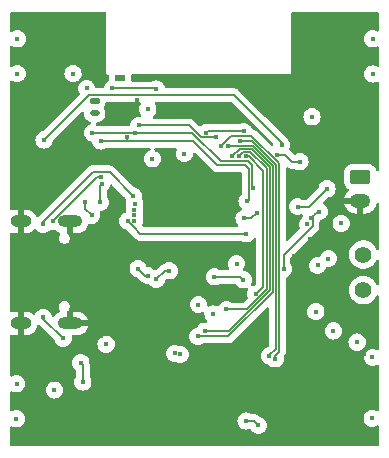
<source format=gbl>
G04 #@! TF.GenerationSoftware,KiCad,Pcbnew,8.0.2*
G04 #@! TF.CreationDate,2025-05-08T21:28:10-06:00*
G04 #@! TF.ProjectId,kicad,6b696361-642e-46b6-9963-61645f706362,4*
G04 #@! TF.SameCoordinates,Original*
G04 #@! TF.FileFunction,Copper,L4,Bot*
G04 #@! TF.FilePolarity,Positive*
%FSLAX46Y46*%
G04 Gerber Fmt 4.6, Leading zero omitted, Abs format (unit mm)*
G04 Created by KiCad (PCBNEW 8.0.2) date 2025-05-08 21:28:10*
%MOMM*%
%LPD*%
G01*
G04 APERTURE LIST*
G04 Aperture macros list*
%AMRoundRect*
0 Rectangle with rounded corners*
0 $1 Rounding radius*
0 $2 $3 $4 $5 $6 $7 $8 $9 X,Y pos of 4 corners*
0 Add a 4 corners polygon primitive as box body*
4,1,4,$2,$3,$4,$5,$6,$7,$8,$9,$2,$3,0*
0 Add four circle primitives for the rounded corners*
1,1,$1+$1,$2,$3*
1,1,$1+$1,$4,$5*
1,1,$1+$1,$6,$7*
1,1,$1+$1,$8,$9*
0 Add four rect primitives between the rounded corners*
20,1,$1+$1,$2,$3,$4,$5,0*
20,1,$1+$1,$4,$5,$6,$7,0*
20,1,$1+$1,$6,$7,$8,$9,0*
20,1,$1+$1,$8,$9,$2,$3,0*%
G04 Aperture macros list end*
G04 #@! TA.AperFunction,ComponentPad*
%ADD10RoundRect,0.104167X-0.295833X0.145833X-0.295833X-0.145833X0.295833X-0.145833X0.295833X0.145833X0*%
G04 #@! TD*
G04 #@! TA.AperFunction,ComponentPad*
%ADD11O,0.800000X0.500000*%
G04 #@! TD*
G04 #@! TA.AperFunction,ComponentPad*
%ADD12O,2.100000X1.000000*%
G04 #@! TD*
G04 #@! TA.AperFunction,ComponentPad*
%ADD13O,1.800000X1.000000*%
G04 #@! TD*
G04 #@! TA.AperFunction,ComponentPad*
%ADD14RoundRect,0.250000X-0.625000X0.350000X-0.625000X-0.350000X0.625000X-0.350000X0.625000X0.350000X0*%
G04 #@! TD*
G04 #@! TA.AperFunction,ComponentPad*
%ADD15O,1.750000X1.200000*%
G04 #@! TD*
G04 #@! TA.AperFunction,ComponentPad*
%ADD16R,0.900000X0.500000*%
G04 #@! TD*
G04 #@! TA.AperFunction,ComponentPad*
%ADD17C,1.397000*%
G04 #@! TD*
G04 #@! TA.AperFunction,ViaPad*
%ADD18C,0.450000*%
G04 #@! TD*
G04 #@! TA.AperFunction,Conductor*
%ADD19C,0.150000*%
G04 #@! TD*
G04 APERTURE END LIST*
D10*
X134000000Y-101600000D03*
D11*
X134000000Y-102616000D03*
D12*
X131930000Y-111752500D03*
D13*
X127750000Y-111752500D03*
D12*
X131930000Y-120392500D03*
D13*
X127750000Y-120392500D03*
D14*
X156500000Y-108000000D03*
D15*
X156500000Y-110000000D03*
D16*
X136150000Y-99625000D03*
D17*
X156750000Y-117566020D03*
X156750000Y-114568820D03*
D18*
X136325000Y-115000000D03*
X133567157Y-113182843D03*
X156775000Y-102775000D03*
X152700000Y-129925000D03*
X156830174Y-122991945D03*
X150900000Y-114700000D03*
X151175000Y-117225000D03*
X153750000Y-118300000D03*
X139475000Y-123025000D03*
X151425000Y-123600001D03*
X157740000Y-113320000D03*
X139900000Y-118975000D03*
X139250000Y-105725000D03*
X144725000Y-122850000D03*
X151075000Y-109525000D03*
X134525000Y-129150000D03*
X156500000Y-119700000D03*
X154075000Y-102175000D03*
X134300000Y-123825000D03*
X152200000Y-113250000D03*
X151525000Y-129925000D03*
X152950000Y-116950000D03*
X138775000Y-118900000D03*
X155025000Y-126275000D03*
X136155343Y-118930343D03*
X137875000Y-118975000D03*
X136875000Y-118950000D03*
X152425000Y-123600001D03*
X133725000Y-121350000D03*
X157050000Y-104775000D03*
X133350000Y-119175000D03*
X130500000Y-123750000D03*
X134600000Y-117950000D03*
X137375000Y-106825000D03*
X151301484Y-109130153D03*
X134500000Y-121425000D03*
X131325000Y-129125000D03*
X128225000Y-101225000D03*
X135700000Y-114825000D03*
X135575000Y-102525000D03*
X134000000Y-98625000D03*
X137577380Y-101475000D03*
X141100000Y-101950000D03*
X138974143Y-122900858D03*
X142050000Y-111200000D03*
X153775000Y-113225000D03*
X135525000Y-110075000D03*
X150375000Y-123600001D03*
X151100000Y-108700000D03*
X157100000Y-119725000D03*
X155890000Y-111380000D03*
X153625001Y-103413882D03*
X136075000Y-102100000D03*
X134575000Y-112950000D03*
X151114444Y-105235557D03*
X154875000Y-119500000D03*
X129721209Y-104853791D03*
X133200000Y-110100000D03*
X149830191Y-105294809D03*
X133750000Y-111250000D03*
X149286370Y-123394203D03*
X144715098Y-105353530D03*
X147629290Y-117900000D03*
X146821188Y-106250000D03*
X145150000Y-119200000D03*
X146200000Y-106250000D03*
X145649997Y-106250000D03*
X143319998Y-121050000D03*
X146275000Y-104925000D03*
X148800000Y-123137400D03*
X145304657Y-105329657D03*
X142719998Y-121500000D03*
X137745343Y-103620343D03*
X144250000Y-104575000D03*
X137450000Y-104250000D03*
X147433462Y-108947119D03*
X133814316Y-104250000D03*
X136724656Y-104650000D03*
X134507158Y-104942842D03*
X146908015Y-110035616D03*
X157525000Y-123275000D03*
X132175000Y-99250000D03*
X139225000Y-116650000D03*
X154875000Y-111925000D03*
X152400000Y-102900000D03*
X153800000Y-114900000D03*
X137372618Y-111727383D03*
X140307842Y-115942155D03*
X142784240Y-118794558D03*
X157550000Y-99275000D03*
X157500000Y-128425000D03*
X127450000Y-96300000D03*
X144025000Y-119600000D03*
X127375000Y-128475000D03*
X152725000Y-119400000D03*
X157550000Y-96300000D03*
X130600000Y-126025000D03*
X133325000Y-100495000D03*
X138500000Y-102250000D03*
X134975000Y-122150000D03*
X152025000Y-112000000D03*
X127450000Y-99250000D03*
X137375000Y-111250000D03*
X152875000Y-115475000D03*
X137375000Y-110751114D03*
X146025000Y-115325000D03*
X138900000Y-106450000D03*
X156225000Y-121975000D03*
X141600000Y-106025000D03*
X137400000Y-110300000D03*
X140775000Y-122925000D03*
X141240778Y-123018156D03*
X154225000Y-121025000D03*
X146625000Y-104125000D03*
X143450000Y-104235686D03*
X127400000Y-125500000D03*
X134586895Y-108588105D03*
X135500000Y-100500000D03*
X134495729Y-110142802D03*
X139225000Y-100550000D03*
X136800000Y-111725000D03*
X146850000Y-112800000D03*
X151396440Y-106704999D03*
X149431283Y-106114721D03*
X153016756Y-110925000D03*
X152363569Y-111436430D03*
X150000000Y-115785000D03*
X144139354Y-116444960D03*
X138521416Y-116346416D03*
X137689307Y-115764307D03*
X146600000Y-116700000D03*
X151181100Y-110500000D03*
X153675000Y-109000000D03*
X147708015Y-111025000D03*
X146650000Y-111500000D03*
X134557238Y-107992762D03*
X133000000Y-125350000D03*
X132832843Y-123732843D03*
X130450000Y-111726949D03*
X137275000Y-109600000D03*
X129650000Y-119875000D03*
X147876059Y-129026059D03*
X131332843Y-121667157D03*
X146825000Y-128649500D03*
X129650001Y-112000000D03*
D19*
X145822515Y-101075000D02*
X133475000Y-101075000D01*
X133200000Y-110700000D02*
X133750000Y-111250000D01*
X149830191Y-105082676D02*
X145822515Y-101075000D01*
X149830191Y-105294809D02*
X149830191Y-105082676D01*
X133475000Y-101100000D02*
X129721209Y-104853791D01*
X133200000Y-110100000D02*
X133200000Y-110700000D01*
X133475000Y-101075000D02*
X133475000Y-101100000D01*
X145543628Y-104525000D02*
X144715098Y-105353530D01*
X149286370Y-123113630D02*
X149600000Y-122800000D01*
X149600000Y-122800000D02*
X149600000Y-106849124D01*
X149286370Y-123394203D02*
X149286370Y-123113630D01*
X147275876Y-104525000D02*
X145543628Y-104525000D01*
X149600000Y-106849124D02*
X147275876Y-104525000D01*
X147050000Y-106250000D02*
X146821188Y-106250000D01*
X148258015Y-107458015D02*
X147050000Y-106250000D01*
X148258015Y-117341985D02*
X147700000Y-117900000D01*
X147700000Y-117900000D02*
X147629290Y-117900000D01*
X148258015Y-117341985D02*
X148258015Y-107458015D01*
X148600000Y-107263340D02*
X147186660Y-105850000D01*
X147186660Y-105850000D02*
X146600000Y-105850000D01*
X145150000Y-119200000D02*
X146894975Y-119200000D01*
X148600000Y-117494975D02*
X148600000Y-107263340D01*
X146894975Y-119200000D02*
X148600000Y-117494975D01*
X146600000Y-105850000D02*
X146200000Y-106250000D01*
X146284314Y-105600000D02*
X145649997Y-106234317D01*
X145649997Y-106234317D02*
X145649997Y-106250000D01*
X143319998Y-121050000D02*
X145398529Y-121050000D01*
X145398529Y-121050000D02*
X148850000Y-117598529D01*
X147290214Y-105600000D02*
X146284314Y-105600000D01*
X148850000Y-117598529D02*
X148850000Y-107159786D01*
X148850000Y-107159786D02*
X147290214Y-105600000D01*
X147747322Y-105350000D02*
X149350000Y-106952678D01*
X149350000Y-122550000D02*
X148800000Y-123100000D01*
X149350000Y-106952678D02*
X149350000Y-122550000D01*
X147322322Y-104925000D02*
X146275000Y-104925000D01*
X147747322Y-105350000D02*
X147322322Y-104925000D01*
X145304657Y-105329657D02*
X147373425Y-105329657D01*
X149100000Y-117702082D02*
X145302082Y-121500000D01*
X149100000Y-107056232D02*
X149100000Y-117702082D01*
X145302082Y-121500000D02*
X142719998Y-121500000D01*
X147373425Y-105329657D02*
X149100000Y-107056232D01*
X143012863Y-104635686D02*
X141997520Y-103620343D01*
X141997520Y-103620343D02*
X137745343Y-103620343D01*
X144250000Y-104575000D02*
X144189314Y-104635686D01*
X144189314Y-104635686D02*
X143012863Y-104635686D01*
X147308015Y-108821672D02*
X147308015Y-107008015D01*
X142273623Y-104250000D02*
X144673623Y-106650000D01*
X144673623Y-106650000D02*
X146950000Y-106650000D01*
X137450000Y-104250000D02*
X142273623Y-104250000D01*
X147433462Y-108947119D02*
X147308015Y-108821672D01*
X133814316Y-104250000D02*
X136650000Y-104250000D01*
X146950000Y-106650000D02*
X147308015Y-107008015D01*
X136650000Y-104250000D02*
X137450000Y-104250000D01*
X136725000Y-104650344D02*
X136725000Y-104950000D01*
X147033462Y-109910169D02*
X146908015Y-110035616D01*
X146958015Y-107200000D02*
X147033462Y-107275447D01*
X136724656Y-104650000D02*
X136725000Y-104650344D01*
X137009117Y-104950000D02*
X136725000Y-104950000D01*
X147033462Y-107275447D02*
X147033462Y-109910169D01*
X144700000Y-107000000D02*
X144528649Y-107000000D01*
X134514316Y-104950000D02*
X134507158Y-104942842D01*
X146758015Y-107000000D02*
X144700000Y-107000000D01*
X144400000Y-107000000D02*
X142350000Y-104950000D01*
X146958015Y-107200000D02*
X146758015Y-107000000D01*
X136725000Y-104950000D02*
X134514316Y-104950000D01*
X144700000Y-107000000D02*
X144400000Y-107000000D01*
X142350000Y-104950000D02*
X137009117Y-104950000D01*
X139932845Y-115942155D02*
X139225000Y-116650000D01*
X143560686Y-104125000D02*
X143450000Y-104235686D01*
X146625000Y-104125000D02*
X143560686Y-104125000D01*
X140307842Y-115942155D02*
X139932845Y-115942155D01*
X134495729Y-108679271D02*
X134495729Y-110142802D01*
X139175000Y-100500000D02*
X135500000Y-100500000D01*
X135600000Y-100400000D02*
X135500000Y-100500000D01*
X139225000Y-100550000D02*
X139175000Y-100500000D01*
X134586895Y-108588105D02*
X134495729Y-108679271D01*
X137325000Y-112250000D02*
X136800000Y-111725000D01*
X146850000Y-112800000D02*
X137875000Y-112800000D01*
X137875000Y-112800000D02*
X137325000Y-112250000D01*
X150674695Y-106704999D02*
X150084417Y-106114721D01*
X151396440Y-106704999D02*
X150674695Y-106704999D01*
X150084417Y-106114721D02*
X149431283Y-106114721D01*
X152874999Y-110925000D02*
X152562499Y-111237499D01*
X152449998Y-112140688D02*
X150000000Y-114590686D01*
X146344960Y-116444960D02*
X144139354Y-116444960D01*
X152562499Y-111237499D02*
X152363569Y-111436430D01*
X152449998Y-111350000D02*
X152449998Y-112140688D01*
X153016756Y-110925000D02*
X152874999Y-110925000D01*
X138271416Y-116346416D02*
X137689307Y-115764307D01*
X146600000Y-116700000D02*
X146344960Y-116444960D01*
X138521416Y-116346416D02*
X138271416Y-116346416D01*
X152562499Y-111237499D02*
X152449998Y-111350000D01*
X150000000Y-114590686D02*
X150000000Y-115785000D01*
X152175000Y-110500000D02*
X151181100Y-110500000D01*
X153675000Y-109000000D02*
X152175000Y-110500000D01*
X147233015Y-111500000D02*
X147708015Y-111025000D01*
X146650000Y-111500000D02*
X147233015Y-111500000D01*
X134198960Y-107977989D02*
X134542465Y-107977989D01*
X134542465Y-107977989D02*
X134557238Y-107992762D01*
X133000000Y-123900000D02*
X132832843Y-123732843D01*
X130450000Y-111726949D02*
X134198960Y-107977989D01*
X133000000Y-125350000D02*
X133000000Y-123900000D01*
X133827949Y-107592762D02*
X129650001Y-111770710D01*
X129650001Y-111770710D02*
X129650001Y-112000000D01*
X146825000Y-128649500D02*
X147499500Y-128649500D01*
X135267762Y-107592762D02*
X133827949Y-107592762D01*
X131332843Y-121667157D02*
X129650000Y-119984314D01*
X147499500Y-128649500D02*
X147876059Y-129026059D01*
X129650000Y-119984314D02*
X129650000Y-119875000D01*
X137275000Y-109600000D02*
X135267762Y-107592762D01*
G04 #@! TA.AperFunction,Conductor*
G36*
X158032539Y-94050185D02*
G01*
X158078294Y-94102989D01*
X158089500Y-94154500D01*
X158089500Y-95557797D01*
X158069815Y-95624836D01*
X158017011Y-95670591D01*
X157947853Y-95680535D01*
X157899528Y-95662791D01*
X157866774Y-95642210D01*
X157712455Y-95588212D01*
X157550004Y-95569909D01*
X157549996Y-95569909D01*
X157387544Y-95588212D01*
X157233225Y-95642210D01*
X157094795Y-95729192D01*
X156979192Y-95844795D01*
X156892210Y-95983225D01*
X156838212Y-96137544D01*
X156819909Y-96299996D01*
X156819909Y-96300003D01*
X156838212Y-96462455D01*
X156892210Y-96616774D01*
X156892211Y-96616775D01*
X156979192Y-96755204D01*
X157094796Y-96870808D01*
X157233225Y-96957789D01*
X157387539Y-97011786D01*
X157387542Y-97011786D01*
X157387544Y-97011787D01*
X157549996Y-97030091D01*
X157550000Y-97030091D01*
X157550004Y-97030091D01*
X157712455Y-97011787D01*
X157712456Y-97011786D01*
X157712461Y-97011786D01*
X157866775Y-96957789D01*
X157899526Y-96937209D01*
X157966762Y-96918208D01*
X158033598Y-96938574D01*
X158078813Y-96991841D01*
X158089500Y-97042202D01*
X158089500Y-98532797D01*
X158069815Y-98599836D01*
X158017011Y-98645591D01*
X157947853Y-98655535D01*
X157899528Y-98637791D01*
X157866774Y-98617210D01*
X157712455Y-98563212D01*
X157550004Y-98544909D01*
X157549996Y-98544909D01*
X157387544Y-98563212D01*
X157233225Y-98617210D01*
X157094795Y-98704192D01*
X156979192Y-98819795D01*
X156892210Y-98958225D01*
X156838212Y-99112544D01*
X156819909Y-99274996D01*
X156819909Y-99275003D01*
X156838212Y-99437455D01*
X156892210Y-99591774D01*
X156963483Y-99705204D01*
X156979192Y-99730204D01*
X157094796Y-99845808D01*
X157233225Y-99932789D01*
X157387539Y-99986786D01*
X157387542Y-99986786D01*
X157387544Y-99986787D01*
X157549996Y-100005091D01*
X157550000Y-100005091D01*
X157550004Y-100005091D01*
X157712455Y-99986787D01*
X157712456Y-99986786D01*
X157712461Y-99986786D01*
X157866775Y-99932789D01*
X157899526Y-99912209D01*
X157966762Y-99893208D01*
X158033598Y-99913574D01*
X158078813Y-99966841D01*
X158089500Y-100017202D01*
X158089500Y-107406277D01*
X158069815Y-107473316D01*
X158017011Y-107519071D01*
X157947853Y-107529015D01*
X157884297Y-107499990D01*
X157847794Y-107445282D01*
X157834869Y-107406277D01*
X157809814Y-107330666D01*
X157717712Y-107181344D01*
X157593656Y-107057288D01*
X157444334Y-106965186D01*
X157277797Y-106910001D01*
X157277795Y-106910000D01*
X157175010Y-106899500D01*
X155824998Y-106899500D01*
X155824981Y-106899501D01*
X155722203Y-106910000D01*
X155722200Y-106910001D01*
X155555668Y-106965185D01*
X155555663Y-106965187D01*
X155406342Y-107057289D01*
X155282289Y-107181342D01*
X155190187Y-107330663D01*
X155190186Y-107330666D01*
X155135001Y-107497203D01*
X155135001Y-107497204D01*
X155135000Y-107497204D01*
X155124500Y-107599983D01*
X155124500Y-108400001D01*
X155124501Y-108400019D01*
X155135000Y-108502796D01*
X155135001Y-108502799D01*
X155184219Y-108651328D01*
X155190186Y-108669334D01*
X155282288Y-108818656D01*
X155406344Y-108942712D01*
X155470981Y-108982580D01*
X155517705Y-109034526D01*
X155528928Y-109103489D01*
X155501085Y-109167571D01*
X155493566Y-109175799D01*
X155385964Y-109283401D01*
X155284195Y-109423475D01*
X155205591Y-109577744D01*
X155152085Y-109742415D01*
X155150884Y-109749999D01*
X155150885Y-109750000D01*
X156219670Y-109750000D01*
X156199925Y-109769745D01*
X156150556Y-109855255D01*
X156125000Y-109950630D01*
X156125000Y-110049370D01*
X156150556Y-110144745D01*
X156199925Y-110230255D01*
X156219670Y-110250000D01*
X155150885Y-110250000D01*
X155152085Y-110257584D01*
X155205591Y-110422255D01*
X155284195Y-110576524D01*
X155385967Y-110716602D01*
X155508397Y-110839032D01*
X155648475Y-110940804D01*
X155802742Y-111019408D01*
X155967415Y-111072914D01*
X156138429Y-111100000D01*
X156250000Y-111100000D01*
X156250000Y-110280330D01*
X156269745Y-110300075D01*
X156355255Y-110349444D01*
X156450630Y-110375000D01*
X156549370Y-110375000D01*
X156644745Y-110349444D01*
X156730255Y-110300075D01*
X156750000Y-110280330D01*
X156750000Y-111100000D01*
X156861571Y-111100000D01*
X157032584Y-111072914D01*
X157197257Y-111019408D01*
X157351524Y-110940804D01*
X157491602Y-110839032D01*
X157614032Y-110716602D01*
X157715804Y-110576524D01*
X157794408Y-110422255D01*
X157847569Y-110258647D01*
X157887007Y-110200971D01*
X157951365Y-110173773D01*
X158020212Y-110185688D01*
X158071687Y-110232932D01*
X158089500Y-110296965D01*
X158089500Y-114041763D01*
X158069815Y-114108802D01*
X158017011Y-114154557D01*
X157947853Y-114164501D01*
X157884297Y-114135476D01*
X157854500Y-114097035D01*
X157809099Y-114005859D01*
X157773778Y-113934924D01*
X157639868Y-113757598D01*
X157639866Y-113757595D01*
X157475655Y-113607898D01*
X157475653Y-113607896D01*
X157286733Y-113490922D01*
X157286727Y-113490919D01*
X157179080Y-113449217D01*
X157079528Y-113410650D01*
X156861104Y-113369820D01*
X156638896Y-113369820D01*
X156420472Y-113410650D01*
X156388312Y-113423109D01*
X156213272Y-113490919D01*
X156213266Y-113490922D01*
X156024346Y-113607896D01*
X156024344Y-113607898D01*
X155860133Y-113757595D01*
X155726222Y-113934923D01*
X155627180Y-114133825D01*
X155627174Y-114133840D01*
X155566366Y-114347558D01*
X155566365Y-114347560D01*
X155545863Y-114568819D01*
X155545863Y-114568820D01*
X155566365Y-114790079D01*
X155566366Y-114790081D01*
X155627174Y-115003799D01*
X155627180Y-115003814D01*
X155726222Y-115202716D01*
X155860133Y-115380044D01*
X156024344Y-115529741D01*
X156024346Y-115529743D01*
X156213266Y-115646717D01*
X156213272Y-115646720D01*
X156242206Y-115657929D01*
X156420472Y-115726990D01*
X156638896Y-115767820D01*
X156638899Y-115767820D01*
X156861101Y-115767820D01*
X156861104Y-115767820D01*
X157079528Y-115726990D01*
X157286730Y-115646719D01*
X157475655Y-115529742D01*
X157639868Y-115380042D01*
X157773778Y-115202716D01*
X157821679Y-115106518D01*
X157854500Y-115040605D01*
X157902003Y-114989367D01*
X157969666Y-114971946D01*
X158036006Y-114993871D01*
X158079961Y-115048183D01*
X158089500Y-115095876D01*
X158089500Y-117038963D01*
X158069815Y-117106002D01*
X158017011Y-117151757D01*
X157947853Y-117161701D01*
X157884297Y-117132676D01*
X157854500Y-117094235D01*
X157791032Y-116966775D01*
X157773778Y-116932124D01*
X157639868Y-116754798D01*
X157639866Y-116754795D01*
X157475655Y-116605098D01*
X157475653Y-116605096D01*
X157286733Y-116488122D01*
X157286727Y-116488119D01*
X157169713Y-116442788D01*
X157079528Y-116407850D01*
X156861104Y-116367020D01*
X156638896Y-116367020D01*
X156420472Y-116407850D01*
X156370695Y-116427133D01*
X156213272Y-116488119D01*
X156213266Y-116488122D01*
X156024346Y-116605096D01*
X156024344Y-116605098D01*
X155860133Y-116754795D01*
X155726222Y-116932123D01*
X155627180Y-117131025D01*
X155627174Y-117131040D01*
X155566366Y-117344758D01*
X155566365Y-117344760D01*
X155545863Y-117566019D01*
X155545863Y-117566020D01*
X155566365Y-117787279D01*
X155566366Y-117787281D01*
X155627174Y-118000999D01*
X155627180Y-118001014D01*
X155726222Y-118199916D01*
X155860133Y-118377244D01*
X156024344Y-118526941D01*
X156024346Y-118526943D01*
X156213266Y-118643917D01*
X156213272Y-118643920D01*
X156242206Y-118655129D01*
X156420472Y-118724190D01*
X156638896Y-118765020D01*
X156638899Y-118765020D01*
X156861101Y-118765020D01*
X156861104Y-118765020D01*
X157079528Y-118724190D01*
X157286730Y-118643919D01*
X157475655Y-118526942D01*
X157639868Y-118377242D01*
X157773778Y-118199916D01*
X157773779Y-118199914D01*
X157854500Y-118037805D01*
X157902003Y-117986567D01*
X157969666Y-117969146D01*
X158036006Y-117991071D01*
X158079961Y-118045383D01*
X158089500Y-118093076D01*
X158089500Y-122548505D01*
X158069815Y-122615544D01*
X158017011Y-122661299D01*
X157947853Y-122671243D01*
X157899528Y-122653499D01*
X157841775Y-122617210D01*
X157687455Y-122563212D01*
X157525004Y-122544909D01*
X157524996Y-122544909D01*
X157362544Y-122563212D01*
X157208225Y-122617210D01*
X157069795Y-122704192D01*
X156954192Y-122819795D01*
X156867210Y-122958225D01*
X156813212Y-123112544D01*
X156794909Y-123274996D01*
X156794909Y-123275003D01*
X156813212Y-123437455D01*
X156867210Y-123591774D01*
X156867211Y-123591775D01*
X156954192Y-123730204D01*
X157069796Y-123845808D01*
X157208225Y-123932789D01*
X157362539Y-123986786D01*
X157362542Y-123986786D01*
X157362544Y-123986787D01*
X157524996Y-124005091D01*
X157525000Y-124005091D01*
X157525004Y-124005091D01*
X157687455Y-123986787D01*
X157687456Y-123986786D01*
X157687461Y-123986786D01*
X157841775Y-123932789D01*
X157899527Y-123896501D01*
X157966764Y-123877500D01*
X158033599Y-123897867D01*
X158078814Y-123951135D01*
X158089500Y-124001494D01*
X158089500Y-127714214D01*
X158069815Y-127781253D01*
X158017011Y-127827008D01*
X157947853Y-127836952D01*
X157899528Y-127819208D01*
X157816774Y-127767210D01*
X157662455Y-127713212D01*
X157500004Y-127694909D01*
X157499996Y-127694909D01*
X157337544Y-127713212D01*
X157183225Y-127767210D01*
X157044795Y-127854192D01*
X156929192Y-127969795D01*
X156842210Y-128108225D01*
X156788212Y-128262544D01*
X156769909Y-128424996D01*
X156769909Y-128425003D01*
X156788212Y-128587455D01*
X156842210Y-128741774D01*
X156873628Y-128791775D01*
X156929192Y-128880204D01*
X157044796Y-128995808D01*
X157183225Y-129082789D01*
X157337539Y-129136786D01*
X157337542Y-129136786D01*
X157337544Y-129136787D01*
X157499996Y-129155091D01*
X157500000Y-129155091D01*
X157500004Y-129155091D01*
X157662455Y-129136787D01*
X157662456Y-129136786D01*
X157662461Y-129136786D01*
X157816775Y-129082789D01*
X157899527Y-129030791D01*
X157966764Y-129011791D01*
X158033599Y-129032158D01*
X158078813Y-129085426D01*
X158089500Y-129135785D01*
X158089500Y-130665500D01*
X158069815Y-130732539D01*
X158017011Y-130778294D01*
X157965500Y-130789500D01*
X126974500Y-130789500D01*
X126907461Y-130769815D01*
X126861706Y-130717011D01*
X126850500Y-130665500D01*
X126850500Y-129226628D01*
X126870185Y-129159589D01*
X126922989Y-129113834D01*
X126992147Y-129103890D01*
X127040473Y-129121635D01*
X127049190Y-129127112D01*
X127058225Y-129132789D01*
X127212539Y-129186786D01*
X127212542Y-129186786D01*
X127212544Y-129186787D01*
X127374996Y-129205091D01*
X127375000Y-129205091D01*
X127375004Y-129205091D01*
X127537455Y-129186787D01*
X127537456Y-129186786D01*
X127537461Y-129186786D01*
X127691775Y-129132789D01*
X127830204Y-129045808D01*
X127945808Y-128930204D01*
X128032789Y-128791775D01*
X128082575Y-128649496D01*
X146094909Y-128649496D01*
X146094909Y-128649503D01*
X146113212Y-128811955D01*
X146167210Y-128966274D01*
X146204773Y-129026055D01*
X146254192Y-129104704D01*
X146369796Y-129220308D01*
X146508225Y-129307289D01*
X146662539Y-129361286D01*
X146662542Y-129361286D01*
X146662544Y-129361287D01*
X146824996Y-129379591D01*
X146825000Y-129379591D01*
X146825004Y-129379591D01*
X146987455Y-129361287D01*
X146987456Y-129361286D01*
X146987461Y-129361286D01*
X147092838Y-129324412D01*
X147162613Y-129320850D01*
X147223241Y-129355579D01*
X147238784Y-129375482D01*
X147305251Y-129481263D01*
X147420855Y-129596867D01*
X147559284Y-129683848D01*
X147713598Y-129737845D01*
X147713601Y-129737845D01*
X147713603Y-129737846D01*
X147876055Y-129756150D01*
X147876059Y-129756150D01*
X147876063Y-129756150D01*
X148038514Y-129737846D01*
X148038515Y-129737845D01*
X148038520Y-129737845D01*
X148192834Y-129683848D01*
X148331263Y-129596867D01*
X148446867Y-129481263D01*
X148533848Y-129342834D01*
X148587845Y-129188520D01*
X148587846Y-129188514D01*
X148606150Y-129026062D01*
X148606150Y-129026055D01*
X148587846Y-128863603D01*
X148587845Y-128863601D01*
X148587845Y-128863598D01*
X148533848Y-128709284D01*
X148446867Y-128570855D01*
X148331263Y-128455251D01*
X148283113Y-128424996D01*
X148192833Y-128368269D01*
X148091253Y-128332725D01*
X148038520Y-128314273D01*
X148013599Y-128311464D01*
X147949187Y-128284396D01*
X147939806Y-128275926D01*
X147852867Y-128188987D01*
X147852865Y-128188985D01*
X147787250Y-128151102D01*
X147721636Y-128113219D01*
X147648450Y-128093609D01*
X147575266Y-128074000D01*
X147575265Y-128074000D01*
X147308461Y-128074000D01*
X147242489Y-128054994D01*
X147141774Y-127991710D01*
X146987455Y-127937712D01*
X146825004Y-127919409D01*
X146824996Y-127919409D01*
X146662544Y-127937712D01*
X146508225Y-127991710D01*
X146369795Y-128078692D01*
X146254192Y-128194295D01*
X146167210Y-128332725D01*
X146113212Y-128487044D01*
X146094909Y-128649496D01*
X128082575Y-128649496D01*
X128086786Y-128637461D01*
X128092420Y-128587461D01*
X128105091Y-128475003D01*
X128105091Y-128474996D01*
X128086787Y-128312544D01*
X128086786Y-128312542D01*
X128086786Y-128312539D01*
X128032789Y-128158225D01*
X127945808Y-128019796D01*
X127830204Y-127904192D01*
X127723193Y-127836952D01*
X127691774Y-127817210D01*
X127537455Y-127763212D01*
X127375004Y-127744909D01*
X127374996Y-127744909D01*
X127212544Y-127763212D01*
X127058223Y-127817211D01*
X127040470Y-127828366D01*
X126973233Y-127847365D01*
X126906398Y-127826996D01*
X126861185Y-127773727D01*
X126850500Y-127723371D01*
X126850500Y-126235919D01*
X126870185Y-126168880D01*
X126922989Y-126123125D01*
X126992147Y-126113181D01*
X127040472Y-126130925D01*
X127083225Y-126157789D01*
X127237539Y-126211786D01*
X127237542Y-126211786D01*
X127237544Y-126211787D01*
X127399996Y-126230091D01*
X127400000Y-126230091D01*
X127400004Y-126230091D01*
X127562455Y-126211787D01*
X127562456Y-126211786D01*
X127562461Y-126211786D01*
X127716775Y-126157789D01*
X127855204Y-126070808D01*
X127901016Y-126024996D01*
X129869909Y-126024996D01*
X129869909Y-126025003D01*
X129888212Y-126187455D01*
X129942210Y-126341774D01*
X129942211Y-126341775D01*
X130029192Y-126480204D01*
X130144796Y-126595808D01*
X130283225Y-126682789D01*
X130437539Y-126736786D01*
X130437542Y-126736786D01*
X130437544Y-126736787D01*
X130599996Y-126755091D01*
X130600000Y-126755091D01*
X130600004Y-126755091D01*
X130762455Y-126736787D01*
X130762456Y-126736786D01*
X130762461Y-126736786D01*
X130916775Y-126682789D01*
X131055204Y-126595808D01*
X131170808Y-126480204D01*
X131257789Y-126341775D01*
X131311786Y-126187461D01*
X131313880Y-126168880D01*
X131330091Y-126025003D01*
X131330091Y-126024996D01*
X131311787Y-125862544D01*
X131311786Y-125862542D01*
X131311786Y-125862539D01*
X131257789Y-125708225D01*
X131170808Y-125569796D01*
X131055204Y-125454192D01*
X130916774Y-125367210D01*
X130762455Y-125313212D01*
X130600004Y-125294909D01*
X130599996Y-125294909D01*
X130437544Y-125313212D01*
X130283225Y-125367210D01*
X130144795Y-125454192D01*
X130029192Y-125569795D01*
X129942210Y-125708225D01*
X129888212Y-125862544D01*
X129869909Y-126024996D01*
X127901016Y-126024996D01*
X127970808Y-125955204D01*
X128057789Y-125816775D01*
X128111786Y-125662461D01*
X128130091Y-125500000D01*
X128115129Y-125367211D01*
X128111787Y-125337544D01*
X128111786Y-125337542D01*
X128111786Y-125337539D01*
X128057789Y-125183225D01*
X127970808Y-125044796D01*
X127855204Y-124929192D01*
X127812347Y-124902263D01*
X127716774Y-124842210D01*
X127562455Y-124788212D01*
X127400004Y-124769909D01*
X127399996Y-124769909D01*
X127237544Y-124788212D01*
X127083224Y-124842210D01*
X127040472Y-124869074D01*
X126973235Y-124888074D01*
X126906400Y-124867706D01*
X126861186Y-124814438D01*
X126850500Y-124764080D01*
X126850500Y-123732839D01*
X132102752Y-123732839D01*
X132102752Y-123732846D01*
X132121055Y-123895298D01*
X132175053Y-124049617D01*
X132210474Y-124105989D01*
X132262035Y-124188047D01*
X132377639Y-124303651D01*
X132377641Y-124303652D01*
X132377800Y-124303779D01*
X132377877Y-124303889D01*
X132382564Y-124308576D01*
X132381743Y-124309396D01*
X132417948Y-124360962D01*
X132424500Y-124400736D01*
X132424500Y-124866538D01*
X132405494Y-124932510D01*
X132342210Y-125033225D01*
X132288212Y-125187544D01*
X132269909Y-125349996D01*
X132269909Y-125350003D01*
X132288212Y-125512455D01*
X132342210Y-125666774D01*
X132342211Y-125666775D01*
X132429192Y-125805204D01*
X132544796Y-125920808D01*
X132683225Y-126007789D01*
X132837539Y-126061786D01*
X132837542Y-126061786D01*
X132837544Y-126061787D01*
X132999996Y-126080091D01*
X133000000Y-126080091D01*
X133000004Y-126080091D01*
X133162455Y-126061787D01*
X133162456Y-126061786D01*
X133162461Y-126061786D01*
X133316775Y-126007789D01*
X133455204Y-125920808D01*
X133570808Y-125805204D01*
X133657789Y-125666775D01*
X133711786Y-125512461D01*
X133713190Y-125500000D01*
X133730091Y-125350003D01*
X133730091Y-125349996D01*
X133711787Y-125187544D01*
X133711786Y-125187542D01*
X133711786Y-125187539D01*
X133657789Y-125033225D01*
X133651671Y-125023488D01*
X133594506Y-124932510D01*
X133575500Y-124866538D01*
X133575500Y-123824235D01*
X133575499Y-123824231D01*
X133565477Y-123786829D01*
X133562032Y-123740843D01*
X133562934Y-123732843D01*
X133547133Y-123592604D01*
X133544630Y-123570387D01*
X133544629Y-123570385D01*
X133544629Y-123570382D01*
X133490632Y-123416068D01*
X133403651Y-123277639D01*
X133288047Y-123162035D01*
X133248841Y-123137400D01*
X133149617Y-123075053D01*
X133015782Y-123028222D01*
X132995304Y-123021057D01*
X132995303Y-123021056D01*
X132995298Y-123021055D01*
X132832847Y-123002752D01*
X132832839Y-123002752D01*
X132670387Y-123021055D01*
X132516068Y-123075053D01*
X132377638Y-123162035D01*
X132262035Y-123277638D01*
X132175053Y-123416068D01*
X132121055Y-123570387D01*
X132102752Y-123732839D01*
X126850500Y-123732839D01*
X126850500Y-122924996D01*
X140044909Y-122924996D01*
X140044909Y-122925003D01*
X140063212Y-123087455D01*
X140117210Y-123241774D01*
X140139147Y-123276686D01*
X140204192Y-123380204D01*
X140319796Y-123495808D01*
X140458225Y-123582789D01*
X140612539Y-123636786D01*
X140612542Y-123636786D01*
X140612544Y-123636787D01*
X140774997Y-123655091D01*
X140774999Y-123655091D01*
X140774999Y-123655090D01*
X140775000Y-123655091D01*
X140830086Y-123648883D01*
X140898905Y-123660936D01*
X140909937Y-123667106D01*
X140924003Y-123675945D01*
X141078317Y-123729942D01*
X141078320Y-123729943D01*
X141240774Y-123748247D01*
X141240778Y-123748247D01*
X141240782Y-123748247D01*
X141403233Y-123729943D01*
X141403234Y-123729942D01*
X141403239Y-123729942D01*
X141557553Y-123675945D01*
X141695982Y-123588964D01*
X141811586Y-123473360D01*
X141898567Y-123334931D01*
X141952564Y-123180617D01*
X141952565Y-123180611D01*
X141970869Y-123018159D01*
X141970869Y-123018152D01*
X141952565Y-122855700D01*
X141952564Y-122855698D01*
X141952564Y-122855695D01*
X141898567Y-122701381D01*
X141811586Y-122562952D01*
X141695982Y-122447348D01*
X141616249Y-122397248D01*
X141557552Y-122360366D01*
X141403233Y-122306368D01*
X141240782Y-122288065D01*
X141240773Y-122288065D01*
X141185688Y-122294271D01*
X141116867Y-122282216D01*
X141105836Y-122276046D01*
X141091773Y-122267210D01*
X140937457Y-122213212D01*
X140775004Y-122194909D01*
X140774996Y-122194909D01*
X140612544Y-122213212D01*
X140458225Y-122267210D01*
X140319795Y-122354192D01*
X140204192Y-122469795D01*
X140117210Y-122608225D01*
X140063212Y-122762544D01*
X140044909Y-122924996D01*
X126850500Y-122924996D01*
X126850500Y-121453571D01*
X126870185Y-121386532D01*
X126922989Y-121340777D01*
X126992147Y-121330833D01*
X127021955Y-121339011D01*
X127058309Y-121354070D01*
X127058318Y-121354072D01*
X127251504Y-121392499D01*
X127251508Y-121392500D01*
X127500000Y-121392500D01*
X127500000Y-120692500D01*
X128000000Y-120692500D01*
X128000000Y-121392500D01*
X128248492Y-121392500D01*
X128248495Y-121392499D01*
X128441681Y-121354072D01*
X128441693Y-121354069D01*
X128623671Y-121278692D01*
X128623684Y-121278685D01*
X128787462Y-121169251D01*
X128787466Y-121169248D01*
X128926748Y-121029966D01*
X128926751Y-121029962D01*
X129036185Y-120866184D01*
X129036192Y-120866171D01*
X129111569Y-120684193D01*
X129111570Y-120684189D01*
X129127837Y-120602410D01*
X129160222Y-120540498D01*
X129220938Y-120505924D01*
X129290707Y-120509663D01*
X129315427Y-120521606D01*
X129333224Y-120532789D01*
X129385530Y-120551091D01*
X129432258Y-120580452D01*
X130582710Y-121730904D01*
X130616195Y-121792227D01*
X130618249Y-121804698D01*
X130621057Y-121829617D01*
X130675053Y-121983931D01*
X130732590Y-122075500D01*
X130762035Y-122122361D01*
X130877639Y-122237965D01*
X131016068Y-122324946D01*
X131170382Y-122378943D01*
X131170385Y-122378943D01*
X131170387Y-122378944D01*
X131332839Y-122397248D01*
X131332843Y-122397248D01*
X131332847Y-122397248D01*
X131495298Y-122378944D01*
X131495299Y-122378943D01*
X131495304Y-122378943D01*
X131649618Y-122324946D01*
X131788047Y-122237965D01*
X131876016Y-122149996D01*
X134244909Y-122149996D01*
X134244909Y-122150003D01*
X134263212Y-122312455D01*
X134317210Y-122466774D01*
X134377808Y-122563214D01*
X134404192Y-122605204D01*
X134519796Y-122720808D01*
X134658225Y-122807789D01*
X134812539Y-122861786D01*
X134812542Y-122861786D01*
X134812544Y-122861787D01*
X134974996Y-122880091D01*
X134975000Y-122880091D01*
X134975004Y-122880091D01*
X135137455Y-122861787D01*
X135137456Y-122861786D01*
X135137461Y-122861786D01*
X135291775Y-122807789D01*
X135430204Y-122720808D01*
X135545808Y-122605204D01*
X135632789Y-122466775D01*
X135686786Y-122312461D01*
X135686881Y-122311620D01*
X135705091Y-122150003D01*
X135705091Y-122149996D01*
X135686787Y-121987544D01*
X135686786Y-121987542D01*
X135686786Y-121987539D01*
X135632789Y-121833225D01*
X135545808Y-121694796D01*
X135430204Y-121579192D01*
X135291774Y-121492210D01*
X135137455Y-121438212D01*
X134975004Y-121419909D01*
X134974996Y-121419909D01*
X134812544Y-121438212D01*
X134658225Y-121492210D01*
X134519795Y-121579192D01*
X134404192Y-121694795D01*
X134317210Y-121833225D01*
X134263212Y-121987544D01*
X134244909Y-122149996D01*
X131876016Y-122149996D01*
X131903651Y-122122361D01*
X131990632Y-121983932D01*
X132044629Y-121829618D01*
X132046553Y-121812544D01*
X132062934Y-121667160D01*
X132062934Y-121667153D01*
X132047524Y-121530383D01*
X132059579Y-121461561D01*
X132106928Y-121410182D01*
X132170744Y-121392500D01*
X132578492Y-121392500D01*
X132578495Y-121392499D01*
X132771681Y-121354072D01*
X132771693Y-121354069D01*
X132953671Y-121278692D01*
X132953684Y-121278685D01*
X133117462Y-121169251D01*
X133117466Y-121169248D01*
X133256748Y-121029966D01*
X133256751Y-121029962D01*
X133366185Y-120866184D01*
X133366192Y-120866171D01*
X133441569Y-120684192D01*
X133441569Y-120684190D01*
X133449862Y-120642500D01*
X132646988Y-120642500D01*
X132664205Y-120632560D01*
X132720060Y-120576705D01*
X132759556Y-120508296D01*
X132780000Y-120431996D01*
X132780000Y-120353004D01*
X132759556Y-120276704D01*
X132720060Y-120208295D01*
X132664205Y-120152440D01*
X132646988Y-120142500D01*
X133449862Y-120142500D01*
X133441569Y-120100809D01*
X133441569Y-120100807D01*
X133366192Y-119918828D01*
X133366185Y-119918815D01*
X133256751Y-119755037D01*
X133256748Y-119755033D01*
X133117466Y-119615751D01*
X133117462Y-119615748D01*
X132953684Y-119506314D01*
X132953671Y-119506307D01*
X132771693Y-119430930D01*
X132771681Y-119430927D01*
X132578495Y-119392500D01*
X132180000Y-119392500D01*
X132180000Y-120092500D01*
X131680000Y-120092500D01*
X131680000Y-119436321D01*
X131699685Y-119369282D01*
X131716319Y-119348640D01*
X131760767Y-119304192D01*
X131810495Y-119254464D01*
X131873095Y-119146036D01*
X131905500Y-119025101D01*
X131905500Y-118899899D01*
X131873095Y-118778964D01*
X131810495Y-118670536D01*
X131721964Y-118582005D01*
X131613536Y-118519405D01*
X131613537Y-118519405D01*
X131573224Y-118508603D01*
X131492601Y-118487000D01*
X131367399Y-118487000D01*
X131286775Y-118508603D01*
X131246463Y-118519405D01*
X131138037Y-118582004D01*
X131138034Y-118582006D01*
X131049506Y-118670534D01*
X131049504Y-118670537D01*
X130986905Y-118778963D01*
X130982726Y-118794560D01*
X130954500Y-118899899D01*
X130954500Y-119025101D01*
X130986905Y-119146036D01*
X131039736Y-119237544D01*
X131049504Y-119254462D01*
X131049506Y-119254465D01*
X131054426Y-119259385D01*
X131087911Y-119320708D01*
X131082927Y-119390400D01*
X131041055Y-119446333D01*
X131014198Y-119461627D01*
X130906325Y-119506309D01*
X130906315Y-119506314D01*
X130742537Y-119615748D01*
X130742533Y-119615751D01*
X130603251Y-119755033D01*
X130589087Y-119776232D01*
X130535474Y-119821036D01*
X130466149Y-119829743D01*
X130403122Y-119799588D01*
X130366403Y-119740145D01*
X130362764Y-119721222D01*
X130361786Y-119712540D01*
X130330462Y-119623022D01*
X130307789Y-119558225D01*
X130220808Y-119419796D01*
X130105204Y-119304192D01*
X130071835Y-119283225D01*
X129966774Y-119217210D01*
X129812455Y-119163212D01*
X129650004Y-119144909D01*
X129649996Y-119144909D01*
X129487544Y-119163212D01*
X129333225Y-119217210D01*
X129194795Y-119304192D01*
X129079192Y-119419795D01*
X128992208Y-119558227D01*
X128989402Y-119566248D01*
X128948676Y-119623022D01*
X128883722Y-119648765D01*
X128815161Y-119635304D01*
X128792765Y-119618891D01*
X128792173Y-119619614D01*
X128787462Y-119615748D01*
X128623684Y-119506314D01*
X128623671Y-119506307D01*
X128441693Y-119430930D01*
X128441681Y-119430927D01*
X128248495Y-119392500D01*
X128000000Y-119392500D01*
X128000000Y-120092500D01*
X127500000Y-120092500D01*
X127500000Y-119392500D01*
X127251504Y-119392500D01*
X127058318Y-119430927D01*
X127058306Y-119430930D01*
X127021952Y-119445989D01*
X126952483Y-119453458D01*
X126890004Y-119422183D01*
X126854352Y-119362094D01*
X126850500Y-119331428D01*
X126850500Y-115764303D01*
X136959216Y-115764303D01*
X136959216Y-115764310D01*
X136977519Y-115926762D01*
X136977520Y-115926767D01*
X136977521Y-115926768D01*
X136982904Y-115942151D01*
X137031517Y-116081081D01*
X137064008Y-116132789D01*
X137118499Y-116219511D01*
X137234103Y-116335115D01*
X137349860Y-116407850D01*
X137372534Y-116422097D01*
X137526838Y-116476091D01*
X137526843Y-116476092D01*
X137526846Y-116476093D01*
X137551760Y-116478900D01*
X137616173Y-116505964D01*
X137625559Y-116514439D01*
X137810901Y-116699781D01*
X137918051Y-116806931D01*
X137993512Y-116850498D01*
X138019191Y-116870203D01*
X138066212Y-116917224D01*
X138204641Y-117004205D01*
X138358955Y-117058202D01*
X138358958Y-117058202D01*
X138358960Y-117058203D01*
X138521412Y-117076507D01*
X138521414Y-117076507D01*
X138521414Y-117076506D01*
X138521416Y-117076507D01*
X138555614Y-117072653D01*
X138624433Y-117084706D01*
X138657179Y-117108191D01*
X138769796Y-117220808D01*
X138908225Y-117307789D01*
X139062539Y-117361786D01*
X139062542Y-117361786D01*
X139062544Y-117361787D01*
X139224996Y-117380091D01*
X139225000Y-117380091D01*
X139225004Y-117380091D01*
X139387455Y-117361787D01*
X139387456Y-117361786D01*
X139387461Y-117361786D01*
X139541775Y-117307789D01*
X139680204Y-117220808D01*
X139795808Y-117105204D01*
X139882789Y-116966775D01*
X139919290Y-116862461D01*
X139936784Y-116812468D01*
X139936784Y-116812465D01*
X139936786Y-116812461D01*
X139939593Y-116787545D01*
X139966657Y-116723133D01*
X139975122Y-116713756D01*
X140008474Y-116680404D01*
X140069795Y-116646921D01*
X140137110Y-116651046D01*
X140145381Y-116653941D01*
X140145386Y-116653941D01*
X140145388Y-116653942D01*
X140307838Y-116672246D01*
X140307842Y-116672246D01*
X140307846Y-116672246D01*
X140470297Y-116653942D01*
X140470298Y-116653941D01*
X140470303Y-116653941D01*
X140624617Y-116599944D01*
X140763046Y-116512963D01*
X140878650Y-116397359D01*
X140965631Y-116258930D01*
X141019628Y-116104616D01*
X141019948Y-116101775D01*
X141037933Y-115942158D01*
X141037933Y-115942151D01*
X141019629Y-115779699D01*
X141019628Y-115779697D01*
X141019628Y-115779694D01*
X140965631Y-115625380D01*
X140878650Y-115486951D01*
X140763046Y-115371347D01*
X140708802Y-115337263D01*
X140624616Y-115284365D01*
X140470297Y-115230367D01*
X140307846Y-115212064D01*
X140307838Y-115212064D01*
X140145386Y-115230367D01*
X139991066Y-115284365D01*
X139878178Y-115355298D01*
X139844299Y-115370079D01*
X139710710Y-115405874D01*
X139710708Y-115405874D01*
X139710708Y-115405875D01*
X139579480Y-115481640D01*
X139579477Y-115481642D01*
X139218746Y-115842372D01*
X139157423Y-115875857D01*
X139087731Y-115870873D01*
X139043384Y-115842372D01*
X138976620Y-115775608D01*
X138838190Y-115688626D01*
X138704296Y-115641775D01*
X138683877Y-115634630D01*
X138683876Y-115634629D01*
X138683871Y-115634628D01*
X138521420Y-115616325D01*
X138521416Y-115616325D01*
X138508791Y-115617747D01*
X138439970Y-115605690D01*
X138388592Y-115558339D01*
X138377870Y-115535480D01*
X138375862Y-115529742D01*
X138347096Y-115447532D01*
X138260115Y-115309103D01*
X138144511Y-115193499D01*
X138088373Y-115158225D01*
X138006081Y-115106517D01*
X137851762Y-115052519D01*
X137689311Y-115034216D01*
X137689303Y-115034216D01*
X137526851Y-115052519D01*
X137372532Y-115106517D01*
X137234102Y-115193499D01*
X137118499Y-115309102D01*
X137031517Y-115447532D01*
X136977519Y-115601851D01*
X136959216Y-115764303D01*
X126850500Y-115764303D01*
X126850500Y-112813571D01*
X126870185Y-112746532D01*
X126922989Y-112700777D01*
X126992147Y-112690833D01*
X127021955Y-112699011D01*
X127058309Y-112714070D01*
X127058318Y-112714072D01*
X127251504Y-112752499D01*
X127251508Y-112752500D01*
X127500000Y-112752500D01*
X127500000Y-112052500D01*
X128000000Y-112052500D01*
X128000000Y-112752500D01*
X128248492Y-112752500D01*
X128248495Y-112752499D01*
X128441681Y-112714072D01*
X128441693Y-112714069D01*
X128623671Y-112638692D01*
X128623684Y-112638685D01*
X128787461Y-112529252D01*
X128885244Y-112431469D01*
X128946567Y-112397984D01*
X129016259Y-112402968D01*
X129072193Y-112444839D01*
X129077918Y-112453175D01*
X129079193Y-112455204D01*
X129194797Y-112570808D01*
X129333226Y-112657789D01*
X129487540Y-112711786D01*
X129487543Y-112711786D01*
X129487545Y-112711787D01*
X129649997Y-112730091D01*
X129650001Y-112730091D01*
X129650005Y-112730091D01*
X129812456Y-112711787D01*
X129812457Y-112711786D01*
X129812462Y-112711786D01*
X129966776Y-112657789D01*
X130105205Y-112570808D01*
X130200145Y-112475867D01*
X130261464Y-112442385D01*
X130301704Y-112440331D01*
X130392301Y-112450538D01*
X130449998Y-112457040D01*
X130450000Y-112457040D01*
X130450003Y-112457040D01*
X130588675Y-112441415D01*
X130657497Y-112453469D01*
X130690241Y-112476955D01*
X130742533Y-112529248D01*
X130742537Y-112529251D01*
X130906315Y-112638685D01*
X130906328Y-112638692D01*
X131014197Y-112683372D01*
X131068601Y-112727212D01*
X131090666Y-112793506D01*
X131073387Y-112861206D01*
X131054430Y-112885610D01*
X131049508Y-112890532D01*
X131049504Y-112890537D01*
X130986905Y-112998963D01*
X130986905Y-112998964D01*
X130954500Y-113119899D01*
X130954500Y-113245101D01*
X130986905Y-113366036D01*
X131049505Y-113474464D01*
X131138036Y-113562995D01*
X131246464Y-113625595D01*
X131367399Y-113658000D01*
X131367401Y-113658000D01*
X131492599Y-113658000D01*
X131492601Y-113658000D01*
X131613536Y-113625595D01*
X131721964Y-113562995D01*
X131810495Y-113474464D01*
X131873095Y-113366036D01*
X131905500Y-113245101D01*
X131905500Y-113119899D01*
X131873095Y-112998964D01*
X131810495Y-112890536D01*
X131721964Y-112802005D01*
X131716319Y-112796360D01*
X131682834Y-112735037D01*
X131680000Y-112708679D01*
X131680000Y-112052500D01*
X132180000Y-112052500D01*
X132180000Y-112752500D01*
X132578492Y-112752500D01*
X132578495Y-112752499D01*
X132771681Y-112714072D01*
X132771693Y-112714069D01*
X132953671Y-112638692D01*
X132953684Y-112638685D01*
X133117462Y-112529251D01*
X133117466Y-112529248D01*
X133256748Y-112389966D01*
X133256751Y-112389962D01*
X133366185Y-112226184D01*
X133366192Y-112226171D01*
X133443902Y-112038561D01*
X133445635Y-112039278D01*
X133479127Y-111988155D01*
X133542934Y-111959688D01*
X133580574Y-111961392D01*
X133580618Y-111961007D01*
X133586361Y-111961654D01*
X133587110Y-111961688D01*
X133587534Y-111961784D01*
X133587539Y-111961786D01*
X133587544Y-111961786D01*
X133587546Y-111961787D01*
X133749996Y-111980091D01*
X133750000Y-111980091D01*
X133750004Y-111980091D01*
X133912455Y-111961787D01*
X133912456Y-111961786D01*
X133912461Y-111961786D01*
X134066775Y-111907789D01*
X134205204Y-111820808D01*
X134320808Y-111705204D01*
X134407789Y-111566775D01*
X134461786Y-111412461D01*
X134461787Y-111412453D01*
X134480091Y-111250003D01*
X134480091Y-111249996D01*
X134461787Y-111087542D01*
X134446829Y-111044796D01*
X134442169Y-111031479D01*
X134438608Y-110961701D01*
X134473336Y-110901074D01*
X134535330Y-110868846D01*
X134545328Y-110867305D01*
X134658184Y-110854589D01*
X134658185Y-110854588D01*
X134658190Y-110854588D01*
X134812504Y-110800591D01*
X134950933Y-110713610D01*
X135066537Y-110598006D01*
X135153518Y-110459577D01*
X135207515Y-110305263D01*
X135208108Y-110300000D01*
X135225820Y-110142805D01*
X135225820Y-110142798D01*
X135207516Y-109980346D01*
X135207515Y-109980344D01*
X135207515Y-109980341D01*
X135153518Y-109826027D01*
X135135120Y-109796747D01*
X135090235Y-109725312D01*
X135071229Y-109659340D01*
X135071229Y-109181145D01*
X135090914Y-109114106D01*
X135107548Y-109093464D01*
X135130412Y-109070600D01*
X135157703Y-109043309D01*
X135244684Y-108904880D01*
X135298681Y-108750566D01*
X135298682Y-108750560D01*
X135301548Y-108725126D01*
X135328614Y-108660712D01*
X135386209Y-108621157D01*
X135456046Y-108619019D01*
X135512449Y-108651328D01*
X136524866Y-109663745D01*
X136558351Y-109725068D01*
X136560405Y-109737540D01*
X136563212Y-109762455D01*
X136617211Y-109916776D01*
X136680663Y-110017758D01*
X136699664Y-110084995D01*
X136692712Y-110124683D01*
X136688213Y-110137540D01*
X136688212Y-110137542D01*
X136669909Y-110299996D01*
X136669909Y-110300003D01*
X136688993Y-110469381D01*
X136687335Y-110469567D01*
X136683977Y-110529311D01*
X136663213Y-110588653D01*
X136663213Y-110588654D01*
X136644909Y-110751110D01*
X136644909Y-110751117D01*
X136661968Y-110902527D01*
X136649913Y-110971349D01*
X136602564Y-111022728D01*
X136579702Y-111033452D01*
X136483225Y-111067210D01*
X136344795Y-111154192D01*
X136229192Y-111269795D01*
X136142210Y-111408225D01*
X136088212Y-111562544D01*
X136069909Y-111724996D01*
X136069909Y-111725003D01*
X136088212Y-111887455D01*
X136088213Y-111887460D01*
X136088214Y-111887461D01*
X136089048Y-111889844D01*
X136142210Y-112041774D01*
X136180576Y-112102832D01*
X136229192Y-112180204D01*
X136344796Y-112295808D01*
X136483225Y-112382789D01*
X136483227Y-112382790D01*
X136637531Y-112436784D01*
X136637536Y-112436785D01*
X136637539Y-112436786D01*
X136662453Y-112439593D01*
X136726866Y-112466657D01*
X136736252Y-112475132D01*
X136864485Y-112603365D01*
X137414485Y-113153365D01*
X137521635Y-113260515D01*
X137632522Y-113324536D01*
X137652865Y-113336281D01*
X137799233Y-113375500D01*
X137799234Y-113375500D01*
X146366539Y-113375500D01*
X146432510Y-113394505D01*
X146533225Y-113457789D01*
X146687539Y-113511786D01*
X146687542Y-113511786D01*
X146687544Y-113511787D01*
X146849996Y-113530091D01*
X146850000Y-113530091D01*
X146850004Y-113530091D01*
X147012455Y-113511787D01*
X147012456Y-113511786D01*
X147012461Y-113511786D01*
X147166775Y-113457789D01*
X147305204Y-113370808D01*
X147420808Y-113255204D01*
X147453522Y-113203140D01*
X147505856Y-113156850D01*
X147574909Y-113146202D01*
X147638758Y-113174577D01*
X147677130Y-113232966D01*
X147682515Y-113269113D01*
X147682515Y-117052241D01*
X147662830Y-117119280D01*
X147646196Y-117139922D01*
X147645230Y-117140888D01*
X147583907Y-117174373D01*
X147571433Y-117176427D01*
X147466832Y-117188212D01*
X147395277Y-117213250D01*
X147325498Y-117216811D01*
X147264871Y-117182081D01*
X147232645Y-117120087D01*
X147239051Y-117050512D01*
X147249328Y-117030239D01*
X147257789Y-117016775D01*
X147311786Y-116862461D01*
X147311787Y-116862455D01*
X147330091Y-116700003D01*
X147330091Y-116699996D01*
X147311787Y-116537544D01*
X147311786Y-116537542D01*
X147311786Y-116537539D01*
X147257789Y-116383225D01*
X147170808Y-116244796D01*
X147055204Y-116129192D01*
X146922500Y-116045808D01*
X146916774Y-116042210D01*
X146762455Y-115988212D01*
X146716593Y-115983045D01*
X146668477Y-115967212D01*
X146640406Y-115951005D01*
X146592192Y-115900438D01*
X146578970Y-115831831D01*
X146597415Y-115777646D01*
X146605795Y-115764310D01*
X146682789Y-115641775D01*
X146736786Y-115487461D01*
X146736787Y-115487455D01*
X146755091Y-115325003D01*
X146755091Y-115324996D01*
X146736787Y-115162544D01*
X146736786Y-115162542D01*
X146736786Y-115162539D01*
X146682789Y-115008225D01*
X146595808Y-114869796D01*
X146480204Y-114754192D01*
X146353223Y-114674404D01*
X146341774Y-114667210D01*
X146187455Y-114613212D01*
X146025004Y-114594909D01*
X146024996Y-114594909D01*
X145862544Y-114613212D01*
X145708225Y-114667210D01*
X145569795Y-114754192D01*
X145454192Y-114869795D01*
X145367210Y-115008225D01*
X145313212Y-115162544D01*
X145294909Y-115324996D01*
X145294909Y-115325003D01*
X145313212Y-115487455D01*
X145313213Y-115487460D01*
X145313214Y-115487461D01*
X145328009Y-115529742D01*
X145367211Y-115641775D01*
X145390907Y-115679487D01*
X145409908Y-115746723D01*
X145389541Y-115813559D01*
X145336274Y-115858773D01*
X145285914Y-115869460D01*
X144622815Y-115869460D01*
X144556843Y-115850454D01*
X144456128Y-115787170D01*
X144301809Y-115733172D01*
X144139358Y-115714869D01*
X144139350Y-115714869D01*
X143976898Y-115733172D01*
X143822579Y-115787170D01*
X143684149Y-115874152D01*
X143568546Y-115989755D01*
X143481564Y-116128185D01*
X143427566Y-116282504D01*
X143409263Y-116444956D01*
X143409263Y-116444963D01*
X143427566Y-116607415D01*
X143481564Y-116761734D01*
X143549720Y-116870203D01*
X143568546Y-116900164D01*
X143684150Y-117015768D01*
X143822579Y-117102749D01*
X143976893Y-117156746D01*
X143976896Y-117156746D01*
X143976898Y-117156747D01*
X144139350Y-117175051D01*
X144139354Y-117175051D01*
X144139358Y-117175051D01*
X144301809Y-117156747D01*
X144301810Y-117156746D01*
X144301815Y-117156746D01*
X144456129Y-117102749D01*
X144556843Y-117039465D01*
X144622815Y-117020460D01*
X145875994Y-117020460D01*
X145943033Y-117040145D01*
X145980988Y-117078488D01*
X146020196Y-117140888D01*
X146029192Y-117155204D01*
X146144796Y-117270808D01*
X146283225Y-117357789D01*
X146437539Y-117411786D01*
X146437542Y-117411786D01*
X146437544Y-117411787D01*
X146599996Y-117430091D01*
X146600000Y-117430091D01*
X146600004Y-117430091D01*
X146762453Y-117411787D01*
X146762453Y-117411786D01*
X146762461Y-117411786D01*
X146834012Y-117386748D01*
X146903789Y-117383188D01*
X146964417Y-117417917D01*
X146996644Y-117479910D01*
X146990239Y-117549486D01*
X146979960Y-117569761D01*
X146971501Y-117583223D01*
X146917502Y-117737544D01*
X146899199Y-117899996D01*
X146899199Y-117900003D01*
X146917502Y-118062455D01*
X146969827Y-118211992D01*
X146973388Y-118281771D01*
X146940466Y-118340627D01*
X146692912Y-118588182D01*
X146631592Y-118621666D01*
X146605233Y-118624500D01*
X145633461Y-118624500D01*
X145567489Y-118605494D01*
X145466774Y-118542210D01*
X145312455Y-118488212D01*
X145150004Y-118469909D01*
X145149996Y-118469909D01*
X144987544Y-118488212D01*
X144833225Y-118542210D01*
X144694795Y-118629192D01*
X144579192Y-118744795D01*
X144488506Y-118889121D01*
X144486323Y-118887749D01*
X144447413Y-118930803D01*
X144379978Y-118949084D01*
X144341612Y-118942153D01*
X144201882Y-118893260D01*
X144187461Y-118888214D01*
X144187460Y-118888213D01*
X144187455Y-118888212D01*
X144025004Y-118869909D01*
X144024996Y-118869909D01*
X143862544Y-118888212D01*
X143708223Y-118942211D01*
X143699674Y-118947583D01*
X143632437Y-118966582D01*
X143565602Y-118946213D01*
X143520389Y-118892944D01*
X143510484Y-118828704D01*
X143514331Y-118794560D01*
X143514331Y-118794554D01*
X143496027Y-118632102D01*
X143496026Y-118632100D01*
X143496026Y-118632097D01*
X143442029Y-118477783D01*
X143355048Y-118339354D01*
X143239444Y-118223750D01*
X143201513Y-118199916D01*
X143101014Y-118136768D01*
X142946695Y-118082770D01*
X142784244Y-118064467D01*
X142784236Y-118064467D01*
X142621784Y-118082770D01*
X142467465Y-118136768D01*
X142329035Y-118223750D01*
X142213432Y-118339353D01*
X142126450Y-118477783D01*
X142072452Y-118632102D01*
X142054149Y-118794554D01*
X142054149Y-118794561D01*
X142072452Y-118957013D01*
X142126450Y-119111332D01*
X142126451Y-119111333D01*
X142213432Y-119249762D01*
X142329036Y-119365366D01*
X142467465Y-119452347D01*
X142621779Y-119506344D01*
X142621782Y-119506344D01*
X142621784Y-119506345D01*
X142784236Y-119524649D01*
X142784240Y-119524649D01*
X142784244Y-119524649D01*
X142946695Y-119506345D01*
X142946696Y-119506344D01*
X142946701Y-119506344D01*
X143101015Y-119452347D01*
X143109558Y-119446978D01*
X143176792Y-119427975D01*
X143243629Y-119448339D01*
X143288846Y-119501604D01*
X143298756Y-119565849D01*
X143294909Y-119600000D01*
X143294909Y-119600003D01*
X143313212Y-119762455D01*
X143367210Y-119916774D01*
X143454192Y-120055204D01*
X143518970Y-120119982D01*
X143552455Y-120181305D01*
X143547471Y-120250997D01*
X143505599Y-120306930D01*
X143440135Y-120331347D01*
X143417406Y-120330883D01*
X143320002Y-120319909D01*
X143319994Y-120319909D01*
X143157542Y-120338212D01*
X143003223Y-120392210D01*
X142864793Y-120479192D01*
X142749190Y-120594795D01*
X142664771Y-120729148D01*
X142612436Y-120775439D01*
X142573664Y-120786396D01*
X142557541Y-120788212D01*
X142403223Y-120842210D01*
X142264793Y-120929192D01*
X142149190Y-121044795D01*
X142062208Y-121183225D01*
X142008210Y-121337544D01*
X141989907Y-121499996D01*
X141989907Y-121500003D01*
X142008210Y-121662455D01*
X142062208Y-121816774D01*
X142072545Y-121833225D01*
X142149190Y-121955204D01*
X142264794Y-122070808D01*
X142403223Y-122157789D01*
X142557537Y-122211786D01*
X142557540Y-122211786D01*
X142557542Y-122211787D01*
X142719994Y-122230091D01*
X142719998Y-122230091D01*
X142720002Y-122230091D01*
X142882453Y-122211787D01*
X142882454Y-122211786D01*
X142882459Y-122211786D01*
X143036773Y-122157789D01*
X143137487Y-122094505D01*
X143203459Y-122075500D01*
X145377846Y-122075500D01*
X145377848Y-122075500D01*
X145524217Y-122036281D01*
X145655447Y-121960515D01*
X148562819Y-119053143D01*
X148624142Y-119019658D01*
X148693834Y-119024642D01*
X148749767Y-119066514D01*
X148774184Y-119131978D01*
X148774500Y-119140824D01*
X148774500Y-122260256D01*
X148754815Y-122327295D01*
X148738180Y-122347938D01*
X148692555Y-122393562D01*
X148643240Y-122420828D01*
X148644110Y-122423315D01*
X148637540Y-122425613D01*
X148637539Y-122425614D01*
X148624422Y-122430204D01*
X148483225Y-122479610D01*
X148344795Y-122566592D01*
X148229192Y-122682195D01*
X148142210Y-122820625D01*
X148088212Y-122974944D01*
X148069909Y-123137396D01*
X148069909Y-123137403D01*
X148088212Y-123299855D01*
X148142210Y-123454174D01*
X148206609Y-123556664D01*
X148229192Y-123592604D01*
X148344796Y-123708208D01*
X148483225Y-123795189D01*
X148637539Y-123849186D01*
X148682104Y-123854207D01*
X148746516Y-123881272D01*
X148755901Y-123889746D01*
X148831166Y-123965011D01*
X148969595Y-124051992D01*
X149123909Y-124105989D01*
X149123912Y-124105989D01*
X149123914Y-124105990D01*
X149286366Y-124124294D01*
X149286370Y-124124294D01*
X149286374Y-124124294D01*
X149448825Y-124105990D01*
X149448826Y-124105989D01*
X149448831Y-124105989D01*
X149603145Y-124051992D01*
X149741574Y-123965011D01*
X149857178Y-123849407D01*
X149944159Y-123710978D01*
X149998156Y-123556664D01*
X150011588Y-123437455D01*
X150016461Y-123394206D01*
X150016461Y-123394200D01*
X150003220Y-123276686D01*
X150015274Y-123207864D01*
X150038758Y-123175121D01*
X150060515Y-123153365D01*
X150136281Y-123022135D01*
X150175500Y-122875766D01*
X150175500Y-122724233D01*
X150175500Y-121974996D01*
X155494909Y-121974996D01*
X155494909Y-121975003D01*
X155513212Y-122137455D01*
X155567210Y-122291774D01*
X155606430Y-122354192D01*
X155654192Y-122430204D01*
X155769796Y-122545808D01*
X155908225Y-122632789D01*
X156062539Y-122686786D01*
X156062542Y-122686786D01*
X156062544Y-122686787D01*
X156224996Y-122705091D01*
X156225000Y-122705091D01*
X156225004Y-122705091D01*
X156387455Y-122686787D01*
X156387456Y-122686786D01*
X156387461Y-122686786D01*
X156541775Y-122632789D01*
X156680204Y-122545808D01*
X156795808Y-122430204D01*
X156882789Y-122291775D01*
X156936786Y-122137461D01*
X156936787Y-122137455D01*
X156955091Y-121975003D01*
X156955091Y-121974996D01*
X156936787Y-121812544D01*
X156936786Y-121812542D01*
X156936786Y-121812539D01*
X156882789Y-121658225D01*
X156795808Y-121519796D01*
X156680204Y-121404192D01*
X156600434Y-121354069D01*
X156541774Y-121317210D01*
X156387455Y-121263212D01*
X156225004Y-121244909D01*
X156224996Y-121244909D01*
X156062544Y-121263212D01*
X155908225Y-121317210D01*
X155769795Y-121404192D01*
X155654192Y-121519795D01*
X155567210Y-121658225D01*
X155513212Y-121812544D01*
X155494909Y-121974996D01*
X150175500Y-121974996D01*
X150175500Y-121024996D01*
X153494909Y-121024996D01*
X153494909Y-121025003D01*
X153513212Y-121187455D01*
X153567210Y-121341774D01*
X153627808Y-121438214D01*
X153654192Y-121480204D01*
X153769796Y-121595808D01*
X153908225Y-121682789D01*
X154062539Y-121736786D01*
X154062542Y-121736786D01*
X154062544Y-121736787D01*
X154224996Y-121755091D01*
X154225000Y-121755091D01*
X154225004Y-121755091D01*
X154387455Y-121736787D01*
X154387456Y-121736786D01*
X154387461Y-121736786D01*
X154541775Y-121682789D01*
X154680204Y-121595808D01*
X154795808Y-121480204D01*
X154882789Y-121341775D01*
X154936786Y-121187461D01*
X154936787Y-121187455D01*
X154955091Y-121025003D01*
X154955091Y-121024996D01*
X154936787Y-120862544D01*
X154936786Y-120862542D01*
X154936786Y-120862539D01*
X154882789Y-120708225D01*
X154795808Y-120569796D01*
X154680204Y-120454192D01*
X154654723Y-120438181D01*
X154541774Y-120367210D01*
X154387455Y-120313212D01*
X154225004Y-120294909D01*
X154224996Y-120294909D01*
X154062544Y-120313212D01*
X153908225Y-120367210D01*
X153769795Y-120454192D01*
X153654192Y-120569795D01*
X153567210Y-120708225D01*
X153513212Y-120862544D01*
X153494909Y-121024996D01*
X150175500Y-121024996D01*
X150175500Y-119399996D01*
X151994909Y-119399996D01*
X151994909Y-119400003D01*
X152013212Y-119562455D01*
X152067210Y-119716774D01*
X152104110Y-119775500D01*
X152154192Y-119855204D01*
X152269796Y-119970808D01*
X152408225Y-120057789D01*
X152562539Y-120111786D01*
X152562542Y-120111786D01*
X152562544Y-120111787D01*
X152724996Y-120130091D01*
X152725000Y-120130091D01*
X152725004Y-120130091D01*
X152887455Y-120111787D01*
X152887456Y-120111786D01*
X152887461Y-120111786D01*
X153041775Y-120057789D01*
X153180204Y-119970808D01*
X153295808Y-119855204D01*
X153382789Y-119716775D01*
X153436786Y-119562461D01*
X153437263Y-119558227D01*
X153455091Y-119400003D01*
X153455091Y-119399996D01*
X153436787Y-119237544D01*
X153436786Y-119237542D01*
X153436786Y-119237539D01*
X153382789Y-119083225D01*
X153295808Y-118944796D01*
X153180204Y-118829192D01*
X153179427Y-118828704D01*
X153041774Y-118742210D01*
X152887455Y-118688212D01*
X152725004Y-118669909D01*
X152724996Y-118669909D01*
X152562544Y-118688212D01*
X152408225Y-118742210D01*
X152269795Y-118829192D01*
X152154192Y-118944795D01*
X152067210Y-119083225D01*
X152013212Y-119237544D01*
X151994909Y-119399996D01*
X150175500Y-119399996D01*
X150175500Y-116580206D01*
X150195185Y-116513167D01*
X150247989Y-116467412D01*
X150258546Y-116463164D01*
X150316775Y-116442789D01*
X150455204Y-116355808D01*
X150570808Y-116240204D01*
X150657789Y-116101775D01*
X150711786Y-115947461D01*
X150712384Y-115942155D01*
X150730091Y-115785003D01*
X150730091Y-115784996D01*
X150711787Y-115622544D01*
X150711786Y-115622542D01*
X150711786Y-115622539D01*
X150660158Y-115474996D01*
X152144909Y-115474996D01*
X152144909Y-115475003D01*
X152163212Y-115637455D01*
X152217210Y-115791774D01*
X152259309Y-115858773D01*
X152304192Y-115930204D01*
X152419796Y-116045808D01*
X152558225Y-116132789D01*
X152712539Y-116186786D01*
X152712542Y-116186786D01*
X152712544Y-116186787D01*
X152874996Y-116205091D01*
X152875000Y-116205091D01*
X152875004Y-116205091D01*
X153037455Y-116186787D01*
X153037456Y-116186786D01*
X153037461Y-116186786D01*
X153191775Y-116132789D01*
X153330204Y-116045808D01*
X153445808Y-115930204D01*
X153532789Y-115791775D01*
X153564694Y-115700595D01*
X153605416Y-115643820D01*
X153670369Y-115618072D01*
X153695618Y-115618329D01*
X153733019Y-115622544D01*
X153799998Y-115630091D01*
X153800000Y-115630091D01*
X153800004Y-115630091D01*
X153962455Y-115611787D01*
X153962456Y-115611786D01*
X153962461Y-115611786D01*
X154116775Y-115557789D01*
X154255204Y-115470808D01*
X154370808Y-115355204D01*
X154457789Y-115216775D01*
X154511786Y-115062461D01*
X154512906Y-115052521D01*
X154530091Y-114900003D01*
X154530091Y-114899996D01*
X154511787Y-114737544D01*
X154511786Y-114737542D01*
X154511786Y-114737539D01*
X154457789Y-114583225D01*
X154370808Y-114444796D01*
X154255204Y-114329192D01*
X154116774Y-114242210D01*
X153962455Y-114188212D01*
X153800004Y-114169909D01*
X153799996Y-114169909D01*
X153637544Y-114188212D01*
X153483225Y-114242210D01*
X153344795Y-114329192D01*
X153229192Y-114444795D01*
X153142209Y-114583227D01*
X153110305Y-114674404D01*
X153069584Y-114731180D01*
X153004631Y-114756927D01*
X152979381Y-114756669D01*
X152875004Y-114744909D01*
X152874996Y-114744909D01*
X152712544Y-114763212D01*
X152558225Y-114817210D01*
X152419795Y-114904192D01*
X152304192Y-115019795D01*
X152217210Y-115158225D01*
X152163212Y-115312544D01*
X152144909Y-115474996D01*
X150660158Y-115474996D01*
X150657789Y-115468225D01*
X150618612Y-115405875D01*
X150594506Y-115367510D01*
X150575500Y-115301538D01*
X150575500Y-114880428D01*
X150595185Y-114813389D01*
X150611819Y-114792747D01*
X152910509Y-112494057D01*
X152910512Y-112494054D01*
X152916765Y-112483225D01*
X152986279Y-112362823D01*
X152998617Y-112316775D01*
X153025498Y-112216455D01*
X153025498Y-112064922D01*
X153025498Y-111924996D01*
X154144909Y-111924996D01*
X154144909Y-111925003D01*
X154163212Y-112087455D01*
X154217210Y-112241774D01*
X154281944Y-112344796D01*
X154304192Y-112380204D01*
X154419796Y-112495808D01*
X154558225Y-112582789D01*
X154712539Y-112636786D01*
X154712542Y-112636786D01*
X154712544Y-112636787D01*
X154874996Y-112655091D01*
X154875000Y-112655091D01*
X154875004Y-112655091D01*
X155037455Y-112636787D01*
X155037456Y-112636786D01*
X155037461Y-112636786D01*
X155191775Y-112582789D01*
X155330204Y-112495808D01*
X155445808Y-112380204D01*
X155532789Y-112241775D01*
X155586786Y-112087461D01*
X155588287Y-112074142D01*
X155605091Y-111925003D01*
X155605091Y-111924996D01*
X155586787Y-111762544D01*
X155586786Y-111762542D01*
X155586786Y-111762539D01*
X155532789Y-111608225D01*
X155445808Y-111469796D01*
X155330204Y-111354192D01*
X155260185Y-111310196D01*
X155191774Y-111267210D01*
X155037455Y-111213212D01*
X154875004Y-111194909D01*
X154874996Y-111194909D01*
X154712544Y-111213212D01*
X154558225Y-111267210D01*
X154419795Y-111354192D01*
X154304192Y-111469795D01*
X154217210Y-111608225D01*
X154163212Y-111762544D01*
X154144909Y-111924996D01*
X153025498Y-111924996D01*
X153025498Y-111764919D01*
X153045183Y-111697880D01*
X153097987Y-111652125D01*
X153135616Y-111641699D01*
X153179208Y-111636787D01*
X153179207Y-111636787D01*
X153179217Y-111636786D01*
X153333531Y-111582789D01*
X153471960Y-111495808D01*
X153587564Y-111380204D01*
X153674545Y-111241775D01*
X153728542Y-111087461D01*
X153730181Y-111072914D01*
X153746847Y-110925003D01*
X153746847Y-110924996D01*
X153728543Y-110762544D01*
X153728542Y-110762542D01*
X153728542Y-110762539D01*
X153674545Y-110608225D01*
X153587564Y-110469796D01*
X153471960Y-110354192D01*
X153471957Y-110354189D01*
X153419073Y-110320961D01*
X153396490Y-110306770D01*
X153350199Y-110254438D01*
X153339550Y-110185384D01*
X153367925Y-110121536D01*
X153374769Y-110114109D01*
X153738748Y-109750130D01*
X153800069Y-109716647D01*
X153812531Y-109714594D01*
X153837461Y-109711786D01*
X153837465Y-109711784D01*
X153837468Y-109711784D01*
X153976393Y-109663171D01*
X153991775Y-109657789D01*
X154130204Y-109570808D01*
X154245808Y-109455204D01*
X154332789Y-109316775D01*
X154386786Y-109162461D01*
X154386787Y-109162455D01*
X154405091Y-109000003D01*
X154405091Y-108999996D01*
X154386787Y-108837544D01*
X154386786Y-108837542D01*
X154386786Y-108837539D01*
X154332789Y-108683225D01*
X154245808Y-108544796D01*
X154130204Y-108429192D01*
X154083747Y-108400001D01*
X153991774Y-108342210D01*
X153837455Y-108288212D01*
X153675004Y-108269909D01*
X153674996Y-108269909D01*
X153512544Y-108288212D01*
X153358225Y-108342210D01*
X153219795Y-108429192D01*
X153104192Y-108544795D01*
X153017210Y-108683225D01*
X152963214Y-108837539D01*
X152960406Y-108862458D01*
X152933337Y-108926871D01*
X152924867Y-108936251D01*
X151972939Y-109888181D01*
X151911616Y-109921666D01*
X151885258Y-109924500D01*
X151664561Y-109924500D01*
X151598589Y-109905494D01*
X151497874Y-109842210D01*
X151364039Y-109795379D01*
X151343561Y-109788214D01*
X151343560Y-109788213D01*
X151343555Y-109788212D01*
X151181104Y-109769909D01*
X151181096Y-109769909D01*
X151018644Y-109788212D01*
X150864325Y-109842210D01*
X150725895Y-109929192D01*
X150610292Y-110044795D01*
X150523310Y-110183225D01*
X150469312Y-110337544D01*
X150451009Y-110499996D01*
X150451009Y-110500003D01*
X150469312Y-110662455D01*
X150523310Y-110816774D01*
X150596482Y-110933225D01*
X150610292Y-110955204D01*
X150725896Y-111070808D01*
X150864325Y-111157789D01*
X151018639Y-111211786D01*
X151018642Y-111211786D01*
X151018644Y-111211787D01*
X151181096Y-111230091D01*
X151181100Y-111230091D01*
X151181104Y-111230091D01*
X151343554Y-111211787D01*
X151343554Y-111211786D01*
X151343561Y-111211786D01*
X151485457Y-111162133D01*
X151555235Y-111158573D01*
X151615863Y-111193302D01*
X151648090Y-111255295D01*
X151649631Y-111293062D01*
X151645892Y-111326240D01*
X151618824Y-111390654D01*
X151588649Y-111417345D01*
X151569796Y-111429192D01*
X151569793Y-111429194D01*
X151454192Y-111544795D01*
X151367210Y-111683225D01*
X151313212Y-111837544D01*
X151294909Y-111999996D01*
X151294909Y-112000003D01*
X151313212Y-112162457D01*
X151365537Y-112311991D01*
X151369099Y-112381770D01*
X151336177Y-112440627D01*
X150387181Y-113389624D01*
X150325858Y-113423109D01*
X150256167Y-113418125D01*
X150200233Y-113376253D01*
X150175816Y-113310789D01*
X150175500Y-113301943D01*
X150175500Y-107296093D01*
X150195185Y-107229054D01*
X150247989Y-107183299D01*
X150317147Y-107173355D01*
X150361496Y-107188704D01*
X150442639Y-107235552D01*
X150442641Y-107235554D01*
X150452558Y-107241279D01*
X150452560Y-107241280D01*
X150598928Y-107280499D01*
X150598929Y-107280499D01*
X150912979Y-107280499D01*
X150978950Y-107299504D01*
X151079665Y-107362788D01*
X151233979Y-107416785D01*
X151233982Y-107416785D01*
X151233984Y-107416786D01*
X151396436Y-107435090D01*
X151396440Y-107435090D01*
X151396444Y-107435090D01*
X151558895Y-107416786D01*
X151558896Y-107416785D01*
X151558901Y-107416785D01*
X151713215Y-107362788D01*
X151851644Y-107275807D01*
X151967248Y-107160203D01*
X152054229Y-107021774D01*
X152108226Y-106867460D01*
X152120887Y-106755091D01*
X152126531Y-106705002D01*
X152126531Y-106704995D01*
X152108227Y-106542543D01*
X152108226Y-106542541D01*
X152108226Y-106542538D01*
X152054229Y-106388224D01*
X151967248Y-106249795D01*
X151851644Y-106134191D01*
X151756647Y-106074500D01*
X151713214Y-106047209D01*
X151558895Y-105993211D01*
X151396444Y-105974908D01*
X151396436Y-105974908D01*
X151233984Y-105993211D01*
X151079662Y-106047210D01*
X151010550Y-106090636D01*
X150943313Y-106109636D01*
X150876478Y-106089268D01*
X150856898Y-106073323D01*
X150519013Y-105735437D01*
X150485528Y-105674114D01*
X150489652Y-105606803D01*
X150541977Y-105457270D01*
X150541977Y-105457268D01*
X150541978Y-105457266D01*
X150560282Y-105294812D01*
X150560282Y-105294805D01*
X150541978Y-105132353D01*
X150541977Y-105132351D01*
X150541977Y-105132348D01*
X150487980Y-104978034D01*
X150400999Y-104839605D01*
X150297776Y-104736382D01*
X150297774Y-104736379D01*
X148461391Y-102899996D01*
X151669909Y-102899996D01*
X151669909Y-102900003D01*
X151688212Y-103062455D01*
X151742210Y-103216774D01*
X151782619Y-103281084D01*
X151829192Y-103355204D01*
X151944796Y-103470808D01*
X152083225Y-103557789D01*
X152237539Y-103611786D01*
X152237542Y-103611786D01*
X152237544Y-103611787D01*
X152399996Y-103630091D01*
X152400000Y-103630091D01*
X152400004Y-103630091D01*
X152562455Y-103611787D01*
X152562456Y-103611786D01*
X152562461Y-103611786D01*
X152716775Y-103557789D01*
X152855204Y-103470808D01*
X152970808Y-103355204D01*
X153057789Y-103216775D01*
X153111786Y-103062461D01*
X153111787Y-103062455D01*
X153130091Y-102900003D01*
X153130091Y-102899996D01*
X153111787Y-102737544D01*
X153111786Y-102737542D01*
X153111786Y-102737539D01*
X153057789Y-102583225D01*
X152970808Y-102444796D01*
X152855204Y-102329192D01*
X152716774Y-102242210D01*
X152562455Y-102188212D01*
X152400004Y-102169909D01*
X152399996Y-102169909D01*
X152237544Y-102188212D01*
X152083225Y-102242210D01*
X151944795Y-102329192D01*
X151829192Y-102444795D01*
X151742210Y-102583225D01*
X151688212Y-102737544D01*
X151669909Y-102899996D01*
X148461391Y-102899996D01*
X146175882Y-100614487D01*
X146175880Y-100614485D01*
X146110265Y-100576602D01*
X146044651Y-100538719D01*
X145971465Y-100519109D01*
X145898281Y-100499500D01*
X145898280Y-100499500D01*
X140060215Y-100499500D01*
X139993176Y-100479815D01*
X139947421Y-100427011D01*
X139938364Y-100394329D01*
X139938338Y-100394335D01*
X139938208Y-100393768D01*
X139936995Y-100389389D01*
X139936786Y-100387543D01*
X139936786Y-100387539D01*
X139882789Y-100233225D01*
X139795808Y-100094796D01*
X139680204Y-99979192D01*
X139613892Y-99937525D01*
X139541774Y-99892210D01*
X139387455Y-99838212D01*
X139225004Y-99819909D01*
X139224996Y-99819909D01*
X139062542Y-99838212D01*
X138908225Y-99892210D01*
X138887085Y-99905494D01*
X138821114Y-99924500D01*
X137224500Y-99924500D01*
X137157461Y-99904815D01*
X137111706Y-99852011D01*
X137100500Y-99800500D01*
X137100499Y-99424000D01*
X137120183Y-99356961D01*
X137172987Y-99311206D01*
X137224499Y-99300000D01*
X150600000Y-99300000D01*
X150600000Y-94154500D01*
X150619685Y-94087461D01*
X150672489Y-94041706D01*
X150724000Y-94030500D01*
X157965500Y-94030500D01*
X158032539Y-94050185D01*
G37*
G04 #@! TD.AperFunction*
G04 #@! TA.AperFunction,Conductor*
G36*
X134943039Y-94050185D02*
G01*
X134988794Y-94102989D01*
X135000000Y-94154500D01*
X135000000Y-99300000D01*
X135075500Y-99300000D01*
X135142539Y-99319685D01*
X135188294Y-99372489D01*
X135199500Y-99424000D01*
X135199500Y-99763452D01*
X135179815Y-99830491D01*
X135141473Y-99868445D01*
X135044797Y-99929190D01*
X134929192Y-100044795D01*
X134842210Y-100183225D01*
X134788212Y-100337544D01*
X134782372Y-100389383D01*
X134755306Y-100453797D01*
X134697711Y-100493352D01*
X134659152Y-100499500D01*
X134166411Y-100499500D01*
X134099372Y-100479815D01*
X134053617Y-100427011D01*
X134043191Y-100389382D01*
X134036787Y-100332545D01*
X134036786Y-100332543D01*
X134036786Y-100332539D01*
X133982789Y-100178225D01*
X133895808Y-100039796D01*
X133780204Y-99924192D01*
X133754097Y-99907788D01*
X133641774Y-99837210D01*
X133487455Y-99783212D01*
X133325004Y-99764909D01*
X133324996Y-99764909D01*
X133162544Y-99783212D01*
X133008225Y-99837210D01*
X132878814Y-99918525D01*
X132811577Y-99937525D01*
X132807844Y-99936387D01*
X132809709Y-99950365D01*
X132780038Y-100013622D01*
X132774840Y-100019148D01*
X132754191Y-100039797D01*
X132667210Y-100178225D01*
X132613212Y-100332544D01*
X132594909Y-100494996D01*
X132594909Y-100495003D01*
X132613212Y-100657455D01*
X132667210Y-100811775D01*
X132723469Y-100901310D01*
X132742469Y-100968547D01*
X132722101Y-101035382D01*
X132706156Y-101054963D01*
X129657460Y-104103658D01*
X129596137Y-104137143D01*
X129583667Y-104139197D01*
X129558748Y-104142005D01*
X129404434Y-104196001D01*
X129266004Y-104282983D01*
X129150401Y-104398586D01*
X129063419Y-104537016D01*
X129009421Y-104691335D01*
X128991118Y-104853787D01*
X128991118Y-104853794D01*
X129009421Y-105016246D01*
X129009422Y-105016251D01*
X129009423Y-105016252D01*
X129016588Y-105036730D01*
X129063419Y-105170565D01*
X129119374Y-105259616D01*
X129150401Y-105308995D01*
X129266005Y-105424599D01*
X129404434Y-105511580D01*
X129558748Y-105565577D01*
X129558751Y-105565577D01*
X129558753Y-105565578D01*
X129721205Y-105583882D01*
X129721209Y-105583882D01*
X129721213Y-105583882D01*
X129883664Y-105565578D01*
X129883665Y-105565577D01*
X129883670Y-105565577D01*
X130037984Y-105511580D01*
X130176413Y-105424599D01*
X130292017Y-105308995D01*
X130378998Y-105170566D01*
X130432995Y-105016252D01*
X130435802Y-104991336D01*
X130462866Y-104926924D01*
X130471331Y-104917547D01*
X132887819Y-102501060D01*
X132949142Y-102467575D01*
X133018834Y-102472559D01*
X133074767Y-102514431D01*
X133099184Y-102579895D01*
X133099500Y-102588741D01*
X133099500Y-102689918D01*
X133099500Y-102689920D01*
X133099499Y-102689920D01*
X133128340Y-102834907D01*
X133128343Y-102834917D01*
X133184912Y-102971488D01*
X133184919Y-102971501D01*
X133267048Y-103094415D01*
X133267051Y-103094419D01*
X133371580Y-103198948D01*
X133371584Y-103198951D01*
X133494498Y-103281080D01*
X133494511Y-103281087D01*
X133602942Y-103326000D01*
X133657346Y-103369840D01*
X133679411Y-103436135D01*
X133662132Y-103503834D01*
X133610995Y-103551445D01*
X133596445Y-103557603D01*
X133497540Y-103592211D01*
X133359111Y-103679192D01*
X133243508Y-103794795D01*
X133156526Y-103933225D01*
X133102528Y-104087544D01*
X133084225Y-104249996D01*
X133084225Y-104250003D01*
X133102528Y-104412455D01*
X133156526Y-104566774D01*
X133243508Y-104705204D01*
X133359112Y-104820808D01*
X133497541Y-104907789D01*
X133651855Y-104961786D01*
X133682573Y-104965247D01*
X133746985Y-104992312D01*
X133786542Y-105049906D01*
X133791910Y-105074580D01*
X133795372Y-105105303D01*
X133804837Y-105132353D01*
X133849368Y-105259616D01*
X133880395Y-105308995D01*
X133936350Y-105398046D01*
X134051954Y-105513650D01*
X134190383Y-105600631D01*
X134344697Y-105654628D01*
X134344700Y-105654628D01*
X134344702Y-105654629D01*
X134507154Y-105672933D01*
X134507158Y-105672933D01*
X134507162Y-105672933D01*
X134669613Y-105654629D01*
X134669614Y-105654628D01*
X134669619Y-105654628D01*
X134823933Y-105600631D01*
X134913255Y-105544505D01*
X134979227Y-105525500D01*
X136649234Y-105525500D01*
X136933351Y-105525500D01*
X138615629Y-105525500D01*
X138682668Y-105545185D01*
X138728423Y-105597989D01*
X138738367Y-105667147D01*
X138709342Y-105730703D01*
X138656583Y-105766542D01*
X138583225Y-105792210D01*
X138444795Y-105879192D01*
X138329192Y-105994795D01*
X138242210Y-106133225D01*
X138188212Y-106287544D01*
X138169909Y-106449996D01*
X138169909Y-106450003D01*
X138188212Y-106612455D01*
X138242210Y-106766774D01*
X138242211Y-106766775D01*
X138329192Y-106905204D01*
X138444796Y-107020808D01*
X138583225Y-107107789D01*
X138737539Y-107161786D01*
X138737542Y-107161786D01*
X138737544Y-107161787D01*
X138899996Y-107180091D01*
X138900000Y-107180091D01*
X138900004Y-107180091D01*
X139062455Y-107161787D01*
X139062456Y-107161786D01*
X139062461Y-107161786D01*
X139216775Y-107107789D01*
X139355204Y-107020808D01*
X139470808Y-106905204D01*
X139557789Y-106766775D01*
X139611786Y-106612461D01*
X139611787Y-106612455D01*
X139630091Y-106450003D01*
X139630091Y-106449996D01*
X139611787Y-106287544D01*
X139611786Y-106287542D01*
X139611786Y-106287539D01*
X139557789Y-106133225D01*
X139470808Y-105994796D01*
X139355204Y-105879192D01*
X139328701Y-105862539D01*
X139216774Y-105792210D01*
X139143417Y-105766542D01*
X139086641Y-105725820D01*
X139060893Y-105660868D01*
X139074349Y-105592306D01*
X139122736Y-105541903D01*
X139184371Y-105525500D01*
X140832861Y-105525500D01*
X140899900Y-105545185D01*
X140945655Y-105597989D01*
X140955599Y-105667147D01*
X140944582Y-105703300D01*
X140942211Y-105708222D01*
X140888212Y-105862544D01*
X140869909Y-106024996D01*
X140869909Y-106025003D01*
X140888212Y-106187455D01*
X140942210Y-106341774D01*
X141010215Y-106450003D01*
X141029192Y-106480204D01*
X141144796Y-106595808D01*
X141283225Y-106682789D01*
X141437539Y-106736786D01*
X141437542Y-106736786D01*
X141437544Y-106736787D01*
X141599996Y-106755091D01*
X141600000Y-106755091D01*
X141600004Y-106755091D01*
X141762455Y-106736787D01*
X141762456Y-106736786D01*
X141762461Y-106736786D01*
X141916775Y-106682789D01*
X142055204Y-106595808D01*
X142170808Y-106480204D01*
X142257789Y-106341775D01*
X142311786Y-106187461D01*
X142329719Y-106028296D01*
X142356785Y-105963884D01*
X142414380Y-105924329D01*
X142484217Y-105922191D01*
X142540620Y-105954500D01*
X143939485Y-107353365D01*
X144046635Y-107460515D01*
X144177865Y-107536281D01*
X144324234Y-107575500D01*
X144452883Y-107575500D01*
X144624234Y-107575500D01*
X146333962Y-107575500D01*
X146401001Y-107595185D01*
X146446756Y-107647989D01*
X146457962Y-107699500D01*
X146457962Y-109408295D01*
X146438277Y-109475334D01*
X146421643Y-109495976D01*
X146337207Y-109580411D01*
X146250225Y-109718841D01*
X146196227Y-109873160D01*
X146177924Y-110035612D01*
X146177924Y-110035619D01*
X146196227Y-110198071D01*
X146250225Y-110352390D01*
X146337207Y-110490820D01*
X146456936Y-110610549D01*
X146490421Y-110671872D01*
X146485437Y-110741564D01*
X146443565Y-110797497D01*
X146410211Y-110815271D01*
X146333226Y-110842209D01*
X146194795Y-110929192D01*
X146079192Y-111044795D01*
X145992210Y-111183225D01*
X145938212Y-111337544D01*
X145919909Y-111499996D01*
X145919909Y-111500003D01*
X145938212Y-111662455D01*
X145992210Y-111816774D01*
X146079192Y-111955204D01*
X146136807Y-112012819D01*
X146170292Y-112074142D01*
X146165308Y-112143834D01*
X146123436Y-112199767D01*
X146057972Y-112224184D01*
X146049126Y-112224500D01*
X138164742Y-112224500D01*
X138097703Y-112204815D01*
X138077061Y-112188181D01*
X138060261Y-112171381D01*
X138026776Y-112110058D01*
X138030901Y-112042745D01*
X138031241Y-112041775D01*
X138084404Y-111889844D01*
X138084404Y-111889842D01*
X138084405Y-111889840D01*
X138102709Y-111727386D01*
X138102709Y-111727379D01*
X138084405Y-111564929D01*
X138084404Y-111564925D01*
X138084404Y-111564922D01*
X138073250Y-111533049D01*
X138069688Y-111463273D01*
X138073246Y-111451154D01*
X138086786Y-111412461D01*
X138090168Y-111382445D01*
X138105091Y-111250003D01*
X138105091Y-111249996D01*
X138086787Y-111087544D01*
X138086786Y-111087542D01*
X138086786Y-111087539D01*
X138070679Y-111041511D01*
X138067117Y-110971734D01*
X138070680Y-110959601D01*
X138072219Y-110955204D01*
X138086786Y-110913575D01*
X138091826Y-110868846D01*
X138105091Y-110751117D01*
X138105091Y-110751110D01*
X138086007Y-110581732D01*
X138087670Y-110581544D01*
X138091021Y-110521799D01*
X138111786Y-110462461D01*
X138112111Y-110459576D01*
X138130091Y-110300003D01*
X138130091Y-110299996D01*
X138111787Y-110137544D01*
X138111786Y-110137540D01*
X138111786Y-110137539D01*
X138057789Y-109983225D01*
X137994335Y-109882240D01*
X137975335Y-109815004D01*
X137982289Y-109775311D01*
X137986786Y-109762461D01*
X138005091Y-109600000D01*
X138002583Y-109577744D01*
X137986787Y-109437544D01*
X137986786Y-109437542D01*
X137986786Y-109437539D01*
X137932789Y-109283225D01*
X137845808Y-109144796D01*
X137730204Y-109029192D01*
X137683750Y-109000003D01*
X137591774Y-108942210D01*
X137437455Y-108888212D01*
X137412540Y-108885405D01*
X137348127Y-108858337D01*
X137338745Y-108849866D01*
X135621129Y-107132249D01*
X135621128Y-107132248D01*
X135621127Y-107132247D01*
X135555512Y-107094364D01*
X135489898Y-107056481D01*
X135416712Y-107036871D01*
X135343528Y-107017262D01*
X133903716Y-107017262D01*
X133752183Y-107017262D01*
X133605812Y-107056481D01*
X133474584Y-107132247D01*
X133474581Y-107132249D01*
X129296636Y-111310195D01*
X129296635Y-111310196D01*
X129252884Y-111353946D01*
X129191561Y-111387431D01*
X129121869Y-111382445D01*
X129065936Y-111340573D01*
X129050643Y-111313716D01*
X129036192Y-111278828D01*
X129036185Y-111278815D01*
X128926751Y-111115037D01*
X128926748Y-111115033D01*
X128787466Y-110975751D01*
X128787462Y-110975748D01*
X128623684Y-110866314D01*
X128623671Y-110866307D01*
X128441693Y-110790930D01*
X128441681Y-110790927D01*
X128248495Y-110752500D01*
X128000000Y-110752500D01*
X128000000Y-111452500D01*
X127500000Y-111452500D01*
X127500000Y-110752500D01*
X127251504Y-110752500D01*
X127058318Y-110790927D01*
X127058306Y-110790930D01*
X127021952Y-110805989D01*
X126952483Y-110813458D01*
X126890004Y-110782183D01*
X126854352Y-110722094D01*
X126850500Y-110691428D01*
X126850500Y-99954502D01*
X126870185Y-99887463D01*
X126922989Y-99841708D01*
X126992147Y-99831764D01*
X127040473Y-99849509D01*
X127129572Y-99905494D01*
X127133225Y-99907789D01*
X127287539Y-99961786D01*
X127287542Y-99961786D01*
X127287544Y-99961787D01*
X127449996Y-99980091D01*
X127450000Y-99980091D01*
X127450004Y-99980091D01*
X127612455Y-99961787D01*
X127612456Y-99961786D01*
X127612461Y-99961786D01*
X127766775Y-99907789D01*
X127905204Y-99820808D01*
X128020808Y-99705204D01*
X128107789Y-99566775D01*
X128161786Y-99412461D01*
X128166290Y-99372489D01*
X128180091Y-99250003D01*
X128180091Y-99249996D01*
X131444909Y-99249996D01*
X131444909Y-99250003D01*
X131463212Y-99412455D01*
X131517210Y-99566774D01*
X131575500Y-99659541D01*
X131604192Y-99705204D01*
X131719796Y-99820808D01*
X131858225Y-99907789D01*
X132012539Y-99961786D01*
X132012542Y-99961786D01*
X132012544Y-99961787D01*
X132174996Y-99980091D01*
X132175000Y-99980091D01*
X132175004Y-99980091D01*
X132337455Y-99961787D01*
X132337456Y-99961786D01*
X132337461Y-99961786D01*
X132491775Y-99907789D01*
X132621185Y-99826474D01*
X132688421Y-99807474D01*
X132692155Y-99808612D01*
X132690291Y-99794633D01*
X132719962Y-99731377D01*
X132725130Y-99725881D01*
X132745808Y-99705204D01*
X132832789Y-99566775D01*
X132886786Y-99412461D01*
X132891290Y-99372489D01*
X132905091Y-99250003D01*
X132905091Y-99249996D01*
X132886787Y-99087544D01*
X132886786Y-99087542D01*
X132886786Y-99087539D01*
X132832789Y-98933225D01*
X132745808Y-98794796D01*
X132630204Y-98679192D01*
X132582350Y-98649123D01*
X132491774Y-98592210D01*
X132337455Y-98538212D01*
X132175004Y-98519909D01*
X132174996Y-98519909D01*
X132012544Y-98538212D01*
X131858225Y-98592210D01*
X131719795Y-98679192D01*
X131604192Y-98794795D01*
X131517210Y-98933225D01*
X131463212Y-99087544D01*
X131444909Y-99249996D01*
X128180091Y-99249996D01*
X128161787Y-99087544D01*
X128161786Y-99087542D01*
X128161786Y-99087539D01*
X128107789Y-98933225D01*
X128020808Y-98794796D01*
X127905204Y-98679192D01*
X127857350Y-98649123D01*
X127766774Y-98592210D01*
X127612455Y-98538212D01*
X127450004Y-98519909D01*
X127449996Y-98519909D01*
X127287544Y-98538212D01*
X127133224Y-98592210D01*
X127040472Y-98650491D01*
X126973235Y-98669491D01*
X126906400Y-98649123D01*
X126861186Y-98595855D01*
X126850500Y-98545497D01*
X126850500Y-97004502D01*
X126870185Y-96937463D01*
X126922989Y-96891708D01*
X126992147Y-96881764D01*
X127040473Y-96899509D01*
X127102644Y-96938574D01*
X127133225Y-96957789D01*
X127287539Y-97011786D01*
X127287542Y-97011786D01*
X127287544Y-97011787D01*
X127449996Y-97030091D01*
X127450000Y-97030091D01*
X127450004Y-97030091D01*
X127612455Y-97011787D01*
X127612456Y-97011786D01*
X127612461Y-97011786D01*
X127766775Y-96957789D01*
X127905204Y-96870808D01*
X128020808Y-96755204D01*
X128107789Y-96616775D01*
X128161786Y-96462461D01*
X128180091Y-96300000D01*
X128161786Y-96137539D01*
X128107789Y-95983225D01*
X128020808Y-95844796D01*
X127905204Y-95729192D01*
X127827767Y-95680535D01*
X127766774Y-95642210D01*
X127612455Y-95588212D01*
X127450004Y-95569909D01*
X127449996Y-95569909D01*
X127287544Y-95588212D01*
X127133224Y-95642210D01*
X127040472Y-95700491D01*
X126973235Y-95719491D01*
X126906400Y-95699123D01*
X126861186Y-95645855D01*
X126850500Y-95595497D01*
X126850500Y-94154500D01*
X126870185Y-94087461D01*
X126922989Y-94041706D01*
X126974500Y-94030500D01*
X134876000Y-94030500D01*
X134943039Y-94050185D01*
G37*
G04 #@! TD.AperFunction*
G04 #@! TA.AperFunction,Conductor*
G36*
X145599812Y-101670185D02*
G01*
X145620454Y-101686819D01*
X149070871Y-105137236D01*
X149104356Y-105198559D01*
X149106410Y-105238805D01*
X149104571Y-105255121D01*
X149077502Y-105319534D01*
X149019905Y-105359087D01*
X148950068Y-105361222D01*
X148893670Y-105328914D01*
X147629243Y-104064487D01*
X147629241Y-104064485D01*
X147498011Y-103988719D01*
X147393515Y-103960719D01*
X147333856Y-103924355D01*
X147308569Y-103881901D01*
X147282789Y-103808225D01*
X147274350Y-103794795D01*
X147201712Y-103679192D01*
X147195808Y-103669796D01*
X147080204Y-103554192D01*
X147000060Y-103503834D01*
X146941774Y-103467210D01*
X146787455Y-103413212D01*
X146625004Y-103394909D01*
X146624996Y-103394909D01*
X146462544Y-103413212D01*
X146308225Y-103467210D01*
X146207511Y-103530494D01*
X146141539Y-103549500D01*
X143706688Y-103549500D01*
X143665733Y-103542541D01*
X143612457Y-103523898D01*
X143450004Y-103505595D01*
X143449996Y-103505595D01*
X143287544Y-103523898D01*
X143133224Y-103577896D01*
X142993247Y-103665850D01*
X142926010Y-103684850D01*
X142859175Y-103664482D01*
X142839594Y-103648537D01*
X142350887Y-103159830D01*
X142350885Y-103159828D01*
X142285270Y-103121945D01*
X142219656Y-103084062D01*
X142139016Y-103062455D01*
X142073286Y-103044843D01*
X142073285Y-103044843D01*
X139028644Y-103044843D01*
X138961605Y-103025158D01*
X138915850Y-102972354D01*
X138905906Y-102903196D01*
X138934931Y-102839640D01*
X138951332Y-102823896D01*
X138955202Y-102820809D01*
X138955201Y-102820809D01*
X138955204Y-102820808D01*
X139070808Y-102705204D01*
X139157789Y-102566775D01*
X139211786Y-102412461D01*
X139213518Y-102397092D01*
X139230091Y-102250003D01*
X139230091Y-102249996D01*
X139211787Y-102087544D01*
X139211786Y-102087542D01*
X139211786Y-102087539D01*
X139157789Y-101933225D01*
X139139228Y-101903686D01*
X139099509Y-101840473D01*
X139080508Y-101773236D01*
X139100875Y-101706401D01*
X139154143Y-101661186D01*
X139204502Y-101650500D01*
X145532773Y-101650500D01*
X145599812Y-101670185D01*
G37*
G04 #@! TD.AperFunction*
G04 #@! TA.AperFunction,Conductor*
G36*
X137862537Y-101670185D02*
G01*
X137908292Y-101722989D01*
X137918236Y-101792147D01*
X137900491Y-101840473D01*
X137842211Y-101933223D01*
X137788212Y-102087544D01*
X137769909Y-102249996D01*
X137769909Y-102250003D01*
X137788212Y-102412455D01*
X137842210Y-102566774D01*
X137931339Y-102708622D01*
X137950339Y-102775859D01*
X137929971Y-102842694D01*
X137876703Y-102887908D01*
X137812462Y-102897814D01*
X137745347Y-102890252D01*
X137745339Y-102890252D01*
X137582887Y-102908555D01*
X137428568Y-102962553D01*
X137290138Y-103049535D01*
X137174535Y-103165138D01*
X137087553Y-103303568D01*
X137033555Y-103457887D01*
X137021557Y-103564383D01*
X136994491Y-103628797D01*
X136936896Y-103668352D01*
X136898337Y-103674500D01*
X134297777Y-103674500D01*
X134231805Y-103655494D01*
X134136316Y-103595494D01*
X134090025Y-103543159D01*
X134079377Y-103474106D01*
X134107752Y-103410257D01*
X134166142Y-103371885D01*
X134202288Y-103366500D01*
X134223920Y-103366500D01*
X134321462Y-103347096D01*
X134368913Y-103337658D01*
X134505495Y-103281084D01*
X134628416Y-103198951D01*
X134732951Y-103094416D01*
X134815084Y-102971495D01*
X134818788Y-102962554D01*
X134841154Y-102908557D01*
X134871658Y-102834913D01*
X134883405Y-102775859D01*
X134900500Y-102689920D01*
X134900500Y-102542079D01*
X134871659Y-102397092D01*
X134871658Y-102397091D01*
X134871658Y-102397087D01*
X134843535Y-102329192D01*
X134815087Y-102260511D01*
X134815080Y-102260498D01*
X134793697Y-102228496D01*
X134772819Y-102161818D01*
X134791304Y-102094438D01*
X134798413Y-102084131D01*
X134824009Y-102050776D01*
X134884937Y-101903683D01*
X134900500Y-101785468D01*
X134900500Y-101774500D01*
X134920185Y-101707461D01*
X134972989Y-101661706D01*
X135024500Y-101650500D01*
X137795498Y-101650500D01*
X137862537Y-101670185D01*
G37*
G04 #@! TD.AperFunction*
M02*

</source>
